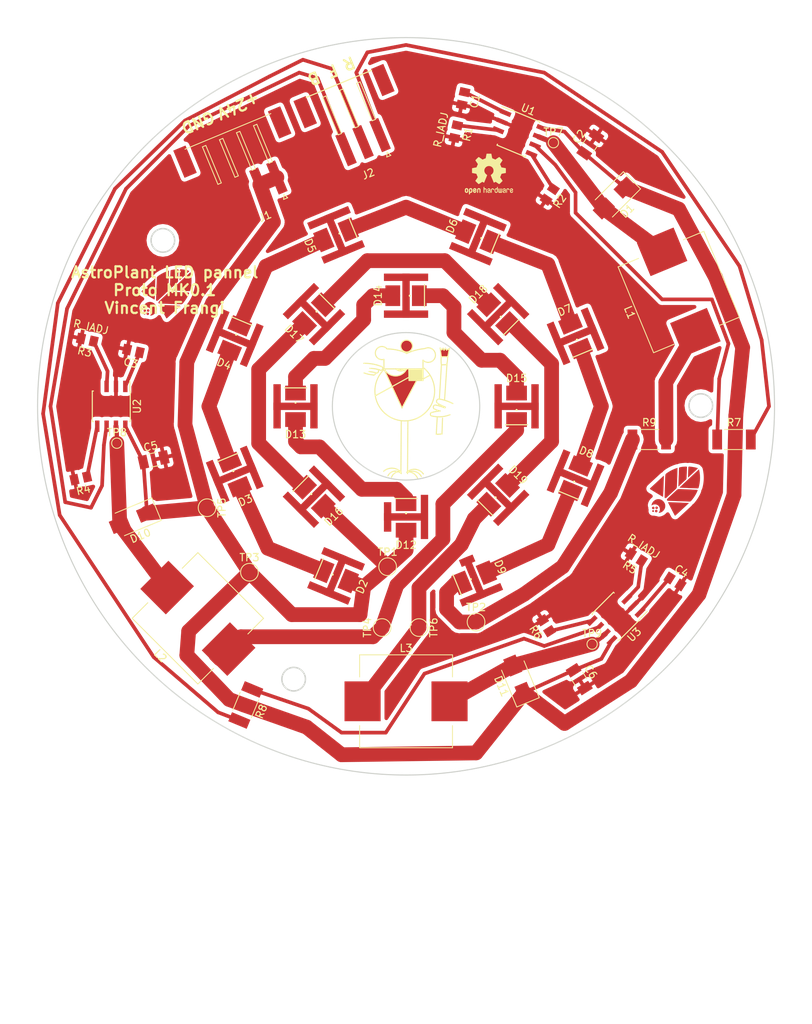
<source format=kicad_pcb>
(kicad_pcb (version 20171130) (host pcbnew "(5.0.0-rc2-dev-632-g76d3b6f04)")
  (layers (0 F.Cu mixed) (31 B.Cu signal) (34 B.Paste user) (35 F.Paste user) (36 B.SilkS user) (37 F.SilkS user) (38 B.Mask user) (39 F.Mask user) (44 Edge.Cuts user))
  (net 0 "")
  (net 1 "Net-(C1-Pad1)")
  (net 2 GND)
  (net 3 +24V)
  (net 4 "Net-(C3-Pad1)")
  (net 5 "Net-(C4-Pad1)")
  (net 6 "Net-(D1-Pad2)")
  (net 7 "Net-(D2-Pad1)")
  (net 8 "Net-(D3-Pad1)")
  (net 9 "Net-(D4-Pad1)")
  (net 10 "Net-(D5-Pad1)")
  (net 11 "Net-(D6-Pad1)")
  (net 12 "Net-(D7-Pad1)")
  (net 13 "Net-(D8-Pad1)")
  (net 14 "Net-(D9-Pad1)")
  (net 15 "Net-(D10-Pad2)")
  (net 16 "Net-(D11-Pad2)")
  (net 17 "Net-(D12-Pad1)")
  (net 18 "Net-(D13-Pad1)")
  (net 19 "Net-(D14-Pad1)")
  (net 20 "Net-(D15-Pad1)")
  (net 21 "Net-(D16-Pad1)")
  (net 22 "Net-(D17-Pad1)")
  (net 23 "Net-(D18-Pad1)")
  (net 24 "Net-(D19-Pad1)")
  (net 25 DIM_BLUE)
  (net 26 DIM_RED)
  (net 27 DIM_FAR)
  (net 28 "Net-(R1-Pad1)")
  (net 29 "Net-(R2-Pad1)")
  (net 30 "Net-(R3-Pad1)")
  (net 31 "Net-(R4-Pad1)")
  (net 32 "Net-(R5-Pad1)")
  (net 33 "Net-(R6-Pad1)")
  (net 34 "Net-(J2-Pad1)")
  (net 35 "Net-(J2-Pad2)")
  (net 36 "Net-(L1-Pad1)")
  (module TestPoint:TestPoint_Pad_D1.0mm (layer F.Cu) (at 125.25 132.25)
    (fp_text reference TP9 (at 0 -1.448) (layer F.SilkS))
    (fp_text value Test_Point)
    (pad 1 smd circle (at 0 0) (size 1 1) (layers F.Cu F.Mask) (net 16 "Net-(D11-Pad2)"))
  )
  (module TestPoint:TestPoint_Pad_D1.0mm (layer F.Cu) (at 120 64.25)
    (fp_text reference TP7 (at 0 -1.448) (layer F.SilkS))
    (fp_text value Test_Point)
    (pad 1 smd circle (at 0 0) (size 1 1) (layers F.Cu F.Mask) (net 6 "Net-(D1-Pad2)"))
  )
  (module TestPoint:TestPoint_Pad_D1.0mm (layer F.Cu) (at 60.75 105)
    (fp_text reference TP8 (at 0 -1.448) (layer F.SilkS))
    (fp_text value Test_Point)
    (pad 1 smd circle (at 0 0) (size 1 1) (layers F.Cu F.Mask) (net 15 "Net-(D10-Pad2)"))
  )
  (module footprints:JST-XH_LED (layer F.Cu) (at 95.25 54.25 202.5)
    (fp_text reference J2 (at 5.8 -13 202.5) (layer F.SilkS))
    (fp_text value JST-XH_LED)
    (pad 1 smd rect (at 2.300001 -8.75 202.5) (size 1.3 4.5) (layers F.Cu F.Paste F.Mask) (net 34 "Net-(J2-Pad1)"))
    (pad 2 smd rect (at 4.8 -8.75 202.5) (size 1.3 4.5) (layers F.Cu F.Paste F.Mask) (net 35 "Net-(J2-Pad2)"))
    (pad 3 smd rect (at 7.3 -8.75 202.5) (size 1.3 4.5) (layers F.Cu F.Paste F.Mask) (net 25 DIM_BLUE))
    (pad "" smd rect (at 0 0 202.5) (size 1.8 4) (drill (offset -0.9 -2)) (layers F.Cu F.Paste F.Mask))
    (pad "" smd rect (at 9.6 0 202.5) (size 1.8 4) (drill (offset 0.9 -2)) (layers F.Cu F.Paste F.Mask))
  )
  (module footprints:SSL120 (layer F.Cu) (at 112.5 112 135)
    (fp_text reference D19 (at 0 3.81 135) (layer F.SilkS))
    (fp_text value LED_Far)
    (pad "" smd custom (at -2.5 0 225) (size 6 1) (layers F.Cu) (options (clearance outline) (anchor rect)) (primitives))
    (pad "" smd custom (at 2.5 0 225) (size 6 1) (layers F.Cu) (options (clearance outline) (anchor rect)) (primitives))
    (pad "" smd custom (at 0 0 135) (size 6 1) (layers F.Cu) (options (clearance outline) (anchor rect)) (primitives))
    (pad 2 smd rect (at 0 1.8 135) (size 2.8 2) (layers F.Cu) (net 23 "Net-(D18-Pad1)"))
    (pad 1 smd rect (at 0 -1.8 135) (size 2.8 2) (layers F.Cu) (net 24 "Net-(D19-Pad1)"))
  )
  (module footprints:SSL120 (layer F.Cu) (at 112.5 87.5 225)
    (fp_text reference D18 (at 0 3.81 225) (layer F.SilkS))
    (fp_text value LED_Far)
    (pad "" smd custom (at -2.5 0 315) (size 6 1) (layers F.Cu) (options (clearance outline) (anchor rect)) (primitives))
    (pad "" smd custom (at 2.5 0 315) (size 6 1) (layers F.Cu) (options (clearance outline) (anchor rect)) (primitives))
    (pad "" smd custom (at 0 0 225) (size 6 1) (layers F.Cu) (options (clearance outline) (anchor rect)) (primitives))
    (pad 2 smd rect (at 0 1.8 225) (size 2.8 2) (layers F.Cu) (net 22 "Net-(D17-Pad1)"))
    (pad 1 smd rect (at 0 -1.8 225) (size 2.8 2) (layers F.Cu) (net 23 "Net-(D18-Pad1)"))
  )
  (module footprints:SSL120 (layer F.Cu) (at 87.5 112.25 45)
    (fp_text reference D16 (at 0 3.81 45) (layer F.SilkS))
    (fp_text value LED_Far)
    (pad "" smd custom (at -2.5 0 135) (size 6 1) (layers F.Cu) (options (clearance outline) (anchor rect)) (primitives))
    (pad "" smd custom (at 2.5 0 135) (size 6 1) (layers F.Cu) (options (clearance outline) (anchor rect)) (primitives))
    (pad "" smd custom (at 0 0 45) (size 6 1) (layers F.Cu) (options (clearance outline) (anchor rect)) (primitives))
    (pad 2 smd rect (at 0 1.8 45) (size 2.8 2) (layers F.Cu) (net 3 +24V))
    (pad 1 smd rect (at 0 -1.8 45) (size 2.8 2) (layers F.Cu) (net 21 "Net-(D16-Pad1)"))
  )
  (module footprints:SSL120 (layer F.Cu) (at 100 85 270)
    (fp_text reference D14 (at 0 3.81 270) (layer F.SilkS))
    (fp_text value LED_Blue)
    (pad "" smd custom (at -2.5 0) (size 6 1) (layers F.Cu) (options (clearance outline) (anchor rect)) (primitives))
    (pad "" smd custom (at 2.5 0) (size 6 1) (layers F.Cu) (options (clearance outline) (anchor rect)) (primitives))
    (pad "" smd custom (at 0 0 270) (size 6 1) (layers F.Cu) (options (clearance outline) (anchor rect)) (primitives))
    (pad 2 smd rect (at 0 1.8 270) (size 2.8 2) (layers F.Cu) (net 18 "Net-(D13-Pad1)"))
    (pad 1 smd rect (at 0 -1.8 270) (size 2.8 2) (layers F.Cu) (net 19 "Net-(D14-Pad1)"))
  )
  (module footprints:SSL120 (layer F.Cu) (at 85 100)
    (fp_text reference D13 (at 0 3.81) (layer F.SilkS))
    (fp_text value LED_Blue)
    (pad "" smd custom (at -2.5 0 90) (size 6 1) (layers F.Cu) (options (clearance outline) (anchor rect)) (primitives))
    (pad "" smd custom (at 2.5 0 90) (size 6 1) (layers F.Cu) (options (clearance outline) (anchor rect)) (primitives))
    (pad "" smd custom (at 0 0) (size 6 1) (layers F.Cu) (options (clearance outline) (anchor rect)) (primitives))
    (pad 2 smd rect (at 0 1.8) (size 2.8 2) (layers F.Cu) (net 17 "Net-(D12-Pad1)"))
    (pad 1 smd rect (at 0 -1.8) (size 2.8 2) (layers F.Cu) (net 18 "Net-(D13-Pad1)"))
  )
  (module footprints:SSL120 (layer F.Cu) (at 109.25 123.25 112.5)
    (fp_text reference D9 (at 0 3.81 112.5) (layer F.SilkS))
    (fp_text value LED_Red)
    (pad "" smd custom (at -2.5 0 202.5) (size 6 1) (layers F.Cu) (options (clearance outline) (anchor rect)) (primitives))
    (pad "" smd custom (at 2.5 0 202.5) (size 2 1) (layers F.Cu) (options (clearance outline) (anchor rect)) (primitives))
    (pad "" smd custom (at 0 0 112.5) (size 6 1) (layers F.Cu) (options (clearance outline) (anchor rect)) (primitives))
    (pad 2 smd rect (at 0 1.8 112.5) (size 2.8 2) (layers F.Cu) (net 13 "Net-(D8-Pad1)"))
    (pad 1 smd rect (at 0 -1.8 112.5) (size 2.8 2) (layers F.Cu) (net 14 "Net-(D9-Pad1)"))
  )
  (module footprints:SSL120 (layer F.Cu) (at 123 109.75 157.5)
    (fp_text reference D8 (at 0 3.81 157.5) (layer F.SilkS))
    (fp_text value LED_Red)
    (pad "" smd custom (at -2.5 0 247.5) (size 6 1) (layers F.Cu) (options (clearance outline) (anchor rect)) (primitives))
    (pad "" smd custom (at 2.5 0 247.5) (size 6 1) (layers F.Cu) (options (clearance outline) (anchor rect)) (primitives))
    (pad "" smd custom (at 0 0 157.5) (size 6 1) (layers F.Cu) (options (clearance outline) (anchor rect)) (primitives))
    (pad 2 smd rect (at 0 1.8 157.5) (size 2.8 2) (layers F.Cu) (net 12 "Net-(D7-Pad1)"))
    (pad 1 smd rect (at 0 -1.8 157.5) (size 2.8 2) (layers F.Cu) (net 13 "Net-(D8-Pad1)"))
  )
  (module footprints:SSL120 (layer F.Cu) (at 123 90.5 202.5)
    (fp_text reference D7 (at 0 3.81 202.5) (layer F.SilkS))
    (fp_text value LED_Red)
    (pad "" smd custom (at -2.5 0 292.5) (size 6 1) (layers F.Cu) (options (clearance outline) (anchor rect)) (primitives))
    (pad "" smd custom (at 2.5 0 292.5) (size 6 1) (layers F.Cu) (options (clearance outline) (anchor rect)) (primitives))
    (pad "" smd custom (at 0 0 202.5) (size 6 1) (layers F.Cu) (options (clearance outline) (anchor rect)) (primitives))
    (pad 2 smd rect (at 0 1.8 202.5) (size 2.8 2) (layers F.Cu) (net 11 "Net-(D6-Pad1)"))
    (pad 1 smd rect (at 0 -1.8 202.5) (size 2.8 2) (layers F.Cu) (net 12 "Net-(D7-Pad1)"))
  )
  (module footprints:SSL120 (layer F.Cu) (at 109.75 77 247.5)
    (fp_text reference D6 (at 0 3.81 247.5) (layer F.SilkS))
    (fp_text value LED_Red)
    (pad "" smd custom (at -2.5 0 337.5) (size 6 1) (layers F.Cu) (options (clearance outline) (anchor rect)) (primitives))
    (pad "" smd custom (at 2.5 0 337.5) (size 6 1) (layers F.Cu) (options (clearance outline) (anchor rect)) (primitives))
    (pad "" smd custom (at 0 0 247.5) (size 6 1) (layers F.Cu) (options (clearance outline) (anchor rect)) (primitives))
    (pad 2 smd rect (at 0 1.8 247.5) (size 2.8 2) (layers F.Cu) (net 10 "Net-(D5-Pad1)"))
    (pad 1 smd rect (at 0 -1.8 247.5) (size 2.8 2) (layers F.Cu) (net 11 "Net-(D6-Pad1)"))
  )
  (module footprints:SSL120 (layer F.Cu) (at 90.5 76.75 292.5)
    (fp_text reference D5 (at 0 3.81 292.5) (layer F.SilkS))
    (fp_text value LED_Red)
    (pad "" smd custom (at -2.5 0 22.5) (size 6 1) (layers F.Cu) (options (clearance outline) (anchor rect)) (primitives))
    (pad "" smd custom (at 2.5 0 22.5) (size 6 1) (layers F.Cu) (options (clearance outline) (anchor rect)) (primitives))
    (pad "" smd custom (at 0 0 292.5) (size 6 1) (layers F.Cu) (options (clearance outline) (anchor rect)) (primitives))
    (pad 2 smd rect (at 0 1.8 292.5) (size 2.8 2) (layers F.Cu) (net 9 "Net-(D4-Pad1)"))
    (pad 1 smd rect (at 0 -1.8 292.5) (size 2.8 2) (layers F.Cu) (net 10 "Net-(D5-Pad1)"))
  )
  (module footprints:SSL120 (layer F.Cu) (at 76.75 90.75 337.5)
    (fp_text reference D4 (at 0 3.81 337.5) (layer F.SilkS))
    (fp_text value LED_Red)
    (pad "" smd custom (at -2.5 0 67.5) (size 6 1) (layers F.Cu) (options (clearance outline) (anchor rect)) (primitives))
    (pad "" smd custom (at 2.5 0 67.5) (size 6 1) (layers F.Cu) (options (clearance outline) (anchor rect)) (primitives))
    (pad "" smd custom (at 0 0 337.5) (size 6 1) (layers F.Cu) (options (clearance outline) (anchor rect)) (primitives))
    (pad 2 smd rect (at 0 1.8 337.5) (size 2.8 2) (layers F.Cu) (net 8 "Net-(D3-Pad1)"))
    (pad 1 smd rect (at 0 -1.8 337.5) (size 2.8 2) (layers F.Cu) (net 9 "Net-(D4-Pad1)"))
  )
  (module footprints:SSL120 (layer F.Cu) (at 76.75 109.25 22.5)
    (fp_text reference D3 (at 0 3.81 22.5) (layer F.SilkS))
    (fp_text value LED_Red)
    (pad "" smd custom (at -2.5 0 112.5) (size 6 1) (layers F.Cu) (options (clearance outline) (anchor rect)) (primitives))
    (pad "" smd custom (at 2.5 0 112.5) (size 6 1) (layers F.Cu) (options (clearance outline) (anchor rect)) (primitives))
    (pad "" smd custom (at 0 0 22.5) (size 6 1) (layers F.Cu) (options (clearance outline) (anchor rect)) (primitives))
    (pad 2 smd rect (at 0 1.8 22.5) (size 2.8 2) (layers F.Cu) (net 7 "Net-(D2-Pad1)"))
    (pad 1 smd rect (at 0 -1.8 22.5) (size 2.8 2) (layers F.Cu) (net 8 "Net-(D3-Pad1)"))
  )
  (module Package_SO:SOIC-8-1EP_3.9x4.9mm_P1.27mm_EP2.35x2.35mm (layer F.Cu) (at 128.5 128.5 225)
    (fp_text reference U3 (at 0 -3.5 225) (layer F.SilkS))
    (fp_text value LM3414)
    (pad 1 smd rect (at -2.7 -1.905 225) (size 1.55 0.6) (layers F.Cu F.Paste F.Mask) (net 5 "Net-(C4-Pad1)"))
    (pad 2 smd rect (at -2.7 -0.635 225) (size 1.55 0.6) (layers F.Cu F.Paste F.Mask) (net 2 GND))
    (pad 3 smd rect (at -2.7 0.635 225) (size 1.55 0.6) (layers F.Cu F.Paste F.Mask) (net 32 "Net-(R5-Pad1)"))
    (pad 4 smd rect (at -2.7 1.905 225) (size 1.55 0.6) (layers F.Cu F.Paste F.Mask) (net 2 GND))
    (pad 5 smd rect (at 2.7 1.905 225) (size 1.55 0.6) (layers F.Cu F.Paste F.Mask) (net 33 "Net-(R6-Pad1)"))
    (pad 6 smd rect (at 2.7 0.635 225) (size 1.55 0.6) (layers F.Cu F.Paste F.Mask) (net 27 DIM_FAR))
    (pad 7 smd rect (at 2.7 -0.635 225) (size 1.55 0.6) (layers F.Cu F.Paste F.Mask) (net 16 "Net-(D11-Pad2)"))
    (pad 8 smd rect (at 2.7 -1.905 225) (size 1.55 0.6) (layers F.Cu F.Paste F.Mask) (net 3 +24V))
    (pad 9 smd rect (at 0 0 225) (size 2.35 2.35) (layers F.Cu F.Mask) (net 2 GND))
  )
  (module Package_SO:SOIC-8-1EP_3.9x4.9mm_P1.27mm_EP2.35x2.35mm (layer F.Cu) (at 60 100 270)
    (fp_text reference U2 (at 0 -3.5 270) (layer F.SilkS))
    (fp_text value LM3414)
    (pad 1 smd rect (at -2.7 -1.905 270) (size 1.55 0.6) (layers F.Cu F.Paste F.Mask) (net 4 "Net-(C3-Pad1)"))
    (pad 2 smd rect (at -2.7 -0.635 270) (size 1.55 0.6) (layers F.Cu F.Paste F.Mask) (net 2 GND))
    (pad 3 smd rect (at -2.7 0.635 270) (size 1.55 0.6) (layers F.Cu F.Paste F.Mask) (net 30 "Net-(R3-Pad1)"))
    (pad 4 smd rect (at -2.7 1.905 270) (size 1.55 0.6) (layers F.Cu F.Paste F.Mask) (net 2 GND))
    (pad 5 smd rect (at 2.7 1.905 270) (size 1.55 0.6) (layers F.Cu F.Paste F.Mask) (net 31 "Net-(R4-Pad1)"))
    (pad 6 smd rect (at 2.7 0.635 270) (size 1.55 0.6) (layers F.Cu F.Paste F.Mask) (net 25 DIM_BLUE))
    (pad 7 smd rect (at 2.7 -0.635 270) (size 1.55 0.6) (layers F.Cu F.Paste F.Mask) (net 15 "Net-(D10-Pad2)"))
    (pad 8 smd rect (at 2.7 -1.905 270) (size 1.55 0.6) (layers F.Cu F.Paste F.Mask) (net 3 +24V))
    (pad 9 smd rect (at 0 0 270) (size 2.35 2.35) (layers F.Cu F.Mask) (net 2 GND))
  )
  (module Package_SO:SOIC-8-1EP_3.9x4.9mm_P1.27mm_EP2.35x2.35mm (layer F.Cu) (at 115.25 63 337.5)
    (fp_text reference U1 (at 0 -3.5 337.5) (layer F.SilkS))
    (fp_text value LM3414)
    (pad 1 smd rect (at -2.7 -1.905 337.5) (size 1.55 0.6) (layers F.Cu F.Paste F.Mask) (net 1 "Net-(C1-Pad1)"))
    (pad 2 smd rect (at -2.7 -0.635 337.5) (size 1.55 0.6) (layers F.Cu F.Paste F.Mask) (net 2 GND))
    (pad 3 smd rect (at -2.7 0.635 337.5) (size 1.55 0.6) (layers F.Cu F.Paste F.Mask) (net 28 "Net-(R1-Pad1)"))
    (pad 4 smd rect (at -2.7 1.905 337.5) (size 1.55 0.6) (layers F.Cu F.Paste F.Mask) (net 2 GND))
    (pad 5 smd rect (at 2.7 1.905 337.5) (size 1.55 0.6) (layers F.Cu F.Paste F.Mask) (net 29 "Net-(R2-Pad1)"))
    (pad 6 smd rect (at 2.7 0.635 337.5) (size 1.55 0.6) (layers F.Cu F.Paste F.Mask) (net 26 DIM_RED))
    (pad 7 smd rect (at 2.7 -0.635 337.5) (size 1.55 0.6) (layers F.Cu F.Paste F.Mask) (net 6 "Net-(D1-Pad2)"))
    (pad 8 smd rect (at 2.7 -1.905 337.5) (size 1.55 0.6) (layers F.Cu F.Paste F.Mask) (net 3 +24V))
    (pad 9 smd rect (at 0 0 337.5) (size 2.35 2.35) (layers F.Cu F.Mask) (net 2 GND))
  )
  (module TestPoint:TestPoint_Pad_D2.0mm (layer F.Cu) (at 101.75 130 270)
    (fp_text reference TP6 (at 0 -1.998 270) (layer F.SilkS))
    (fp_text value Test_Point)
    (pad 1 smd circle (at 0 0 270) (size 2 2) (layers F.Cu F.Mask) (net 24 "Net-(D19-Pad1)"))
  )
  (module TestPoint:TestPoint_Pad_D2.0mm (layer F.Cu) (at 73 113.75 270)
    (fp_text reference TP5 (at 0 -1.998 270) (layer F.SilkS))
    (fp_text value Test_Point)
    (pad 1 smd circle (at 0 0 270) (size 2 2) (layers F.Cu F.Mask) (net 3 +24V))
  )
  (module TestPoint:TestPoint_Pad_D2.0mm (layer F.Cu) (at 96.75 130 90)
    (fp_text reference TP4 (at 0 -1.998 90) (layer F.SilkS))
    (fp_text value Test_Point)
    (pad 1 smd circle (at 0 0 90) (size 2 2) (layers F.Cu F.Mask) (net 20 "Net-(D15-Pad1)"))
  )
  (module TestPoint:TestPoint_Pad_D2.0mm (layer F.Cu) (at 78.75 122.5)
    (fp_text reference TP3 (at 0 -1.998) (layer F.SilkS))
    (fp_text value Test_Point)
    (pad 1 smd circle (at 0 0) (size 2 2) (layers F.Cu F.Mask) (net 3 +24V))
  )
  (module TestPoint:TestPoint_Pad_D2.0mm (layer F.Cu) (at 109.5 129.25)
    (fp_text reference TP2 (at 0 -1.998) (layer F.SilkS))
    (fp_text value Test_Point)
    (pad 1 smd circle (at 0 0) (size 2 2) (layers F.Cu F.Mask) (net 14 "Net-(D9-Pad1)"))
  )
  (module TestPoint:TestPoint_Pad_D2.0mm (layer F.Cu) (at 97.5 121.75)
    (fp_text reference TP1 (at 0 -1.998) (layer F.SilkS))
    (fp_text value Test_Point)
    (pad 1 smd circle (at 0 0) (size 2 2) (layers F.Cu F.Mask) (net 3 +24V))
  )
  (module Resistor_SMD:R_0805_2012Metric (layer F.Cu) (at 119 129.75 122.3)
    (fp_text reference R6 (at 0 -1.65 122.3) (layer F.SilkS))
    (fp_text value 43k)
    (pad 2 smd rect (at 0.88 0 122.3) (size 1.12 1.4) (layers F.Cu F.Paste F.Mask) (net 2 GND))
    (pad 1 smd rect (at -0.88 0 122.3) (size 1.12 1.4) (layers F.Cu F.Paste F.Mask) (net 33 "Net-(R6-Pad1)"))
  )
  (module Resistor_SMD:R_0805_2012Metric (layer F.Cu) (at 131.24383 120.47023 147.7)
    (fp_text reference R5 (at 0 -1.65 147.7) (layer F.SilkS))
    (fp_text value 3.3k)
    (pad 2 smd rect (at 0.88 0 147.7) (size 1.12 1.4) (layers F.Cu F.Paste F.Mask) (net 2 GND))
    (pad 1 smd rect (at -0.88 0 147.7) (size 1.12 1.4) (layers F.Cu F.Paste F.Mask) (net 32 "Net-(R5-Pad1)"))
  )
  (module Resistor_SMD:R_0805_2012Metric (layer F.Cu) (at 55.85847 109.75 192.7)
    (fp_text reference R4 (at 0 -1.65 192.7) (layer F.SilkS))
    (fp_text value 43k)
    (pad 2 smd rect (at 0.88 0 192.7) (size 1.12 1.4) (layers F.Cu F.Paste F.Mask) (net 2 GND))
    (pad 1 smd rect (at -0.88 0 192.7) (size 1.12 1.4) (layers F.Cu F.Paste F.Mask) (net 31 "Net-(R4-Pad1)"))
  )
  (module Resistor_SMD:R_0805_2012Metric (layer F.Cu) (at 56.75 91 167.3)
    (fp_text reference R3 (at 0 -1.65 167.3) (layer F.SilkS))
    (fp_text value 3.3k)
    (pad 2 smd rect (at 0.88 0 167.3) (size 1.12 1.4) (layers F.Cu F.Paste F.Mask) (net 2 GND))
    (pad 1 smd rect (at -0.88 0 167.3) (size 1.12 1.4) (layers F.Cu F.Paste F.Mask) (net 30 "Net-(R3-Pad1)"))
  )
  (module Resistor_SMD:R_0805_2012Metric (layer F.Cu) (at 119.5 71.25 235.7)
    (fp_text reference R2 (at 0 -1.65 235.7) (layer F.SilkS))
    (fp_text value 43k)
    (pad 2 smd rect (at 0.88 0 235.7) (size 1.12 1.4) (layers F.Cu F.Paste F.Mask) (net 2 GND))
    (pad 1 smd rect (at -0.88 0 235.7) (size 1.12 1.4) (layers F.Cu F.Paste F.Mask) (net 29 "Net-(R2-Pad1)"))
  )
  (module Resistor_SMD:R_0805_2012Metric (layer F.Cu) (at 106.75 62.75 257.3)
    (fp_text reference R1 (at 0 -1.65 257.3) (layer F.SilkS))
    (fp_text value 3.3k)
    (pad 2 smd rect (at 0.88 0 257.3) (size 1.12 1.4) (layers F.Cu F.Paste F.Mask) (net 2 GND))
    (pad 1 smd rect (at -0.88 0 257.3) (size 1.12 1.4) (layers F.Cu F.Paste F.Mask) (net 28 "Net-(R1-Pad1)"))
  )
  (module footprints:L_Wuerth_WE-PD-Typ-LS_Handsoldering (layer F.Cu) (at 71.75 128.75 135)
    (fp_text reference L2 (at 0 -7.2 135) (layer F.SilkS))
    (fp_text value 47u)
    (pad 2 smd rect (at 5.9 0 135) (size 4.9 5.4) (layers F.Cu F.Paste F.Mask) (net 15 "Net-(D10-Pad2)"))
    (pad 1 smd rect (at -5.9 0 135) (size 4.9 5.4) (layers F.Cu F.Paste F.Mask) (net 20 "Net-(D15-Pad1)"))
  )
  (module Diode_SMD:D_SMA (layer F.Cu) (at 115.25 137 112.5)
    (fp_text reference D11 (at 0 -2.5 112.5) (layer F.SilkS))
    (fp_text value D_Schottky)
    (pad 2 smd rect (at 2 0 112.5) (size 2.5 1.8) (layers F.Cu F.Paste F.Mask) (net 16 "Net-(D11-Pad2)"))
    (pad 1 smd rect (at -2 0 112.5) (size 2.5 1.8) (layers F.Cu F.Paste F.Mask) (net 3 +24V))
  )
  (module Diode_SMD:D_SMA (layer F.Cu) (at 63 115.25 202.5)
    (fp_text reference D10 (at 0 -2.5 202.5) (layer F.SilkS))
    (fp_text value D_Schottky)
    (pad 2 smd rect (at 2 0 202.5) (size 2.5 1.8) (layers F.Cu F.Paste F.Mask) (net 15 "Net-(D10-Pad2)"))
    (pad 1 smd rect (at -2 0 202.5) (size 2.5 1.8) (layers F.Cu F.Paste F.Mask) (net 3 +24V))
  )
  (module Diode_SMD:D_SMA (layer F.Cu) (at 128.25 71.75 225)
    (fp_text reference D1 (at 0 -2.5 225) (layer F.SilkS))
    (fp_text value D_Schottky)
    (pad 2 smd rect (at 2 0 225) (size 2.5 1.8) (layers F.Cu F.Paste F.Mask) (net 6 "Net-(D1-Pad2)"))
    (pad 1 smd rect (at -2 0 225) (size 2.5 1.8) (layers F.Cu F.Paste F.Mask) (net 3 +24V))
  )
  (module Capacitor_SMD:C_1206_3216Metric (layer F.Cu) (at 123.5 137 302.3)
    (fp_text reference C6 (at 0 -1.85 302.3) (layer F.SilkS))
    (fp_text value 2.7u)
    (pad 2 smd rect (at 1.43 0 302.3) (size 1.22 1.8) (layers F.Cu F.Paste F.Mask) (net 2 GND))
    (pad 1 smd rect (at -1.43 0 302.3) (size 1.22 1.8) (layers F.Cu F.Paste F.Mask) (net 3 +24V))
  )
  (module Capacitor_SMD:C_1206_3216Metric (layer F.Cu) (at 65.75 107.25 12.7)
    (fp_text reference C5 (at 0 -1.85 12.7) (layer F.SilkS))
    (fp_text value 2.7u)
    (pad 2 smd rect (at 1.43 0 12.7) (size 1.22 1.8) (layers F.Cu F.Paste F.Mask) (net 2 GND))
    (pad 1 smd rect (at -1.43 0 12.7) (size 1.22 1.8) (layers F.Cu F.Paste F.Mask) (net 3 +24V))
  )
  (module Capacitor_SMD:C_0805_2012Metric (layer F.Cu) (at 136.5 123.75 327.7)
    (fp_text reference C4 (at 0 -1.65 327.7) (layer F.SilkS))
    (fp_text value 1u)
    (pad 2 smd rect (at 0.88 0 327.7) (size 1.12 1.4) (layers F.Cu F.Paste F.Mask) (net 2 GND))
    (pad 1 smd rect (at -0.88 0 327.7) (size 1.12 1.4) (layers F.Cu F.Paste F.Mask) (net 5 "Net-(C4-Pad1)"))
  )
  (module Capacitor_SMD:C_0805_2012Metric (layer F.Cu) (at 63 92.5 167.3)
    (fp_text reference C3 (at 0 -1.65 167.3) (layer F.SilkS))
    (fp_text value 1u)
    (pad 2 smd rect (at 0.88 0 167.3) (size 1.12 1.4) (layers F.Cu F.Paste F.Mask) (net 2 GND))
    (pad 1 smd rect (at -0.88 0 167.3) (size 1.12 1.4) (layers F.Cu F.Paste F.Mask) (net 4 "Net-(C3-Pad1)"))
  )
  (module Capacitor_SMD:C_1206_3216Metric (layer F.Cu) (at 125 64.5 54.8)
    (fp_text reference C2 (at 0 -1.85 54.8) (layer F.SilkS))
    (fp_text value 2.7u)
    (pad 2 smd rect (at 1.43 0 54.8) (size 1.22 1.8) (layers F.Cu F.Paste F.Mask) (net 2 GND))
    (pad 1 smd rect (at -1.43 0 54.8) (size 1.22 1.8) (layers F.Cu F.Paste F.Mask) (net 3 +24V))
  )
  (module Capacitor_SMD:C_0805_2012Metric (layer F.Cu) (at 107.75 58.25 257.3)
    (fp_text reference C1 (at 0 -1.65 257.3) (layer F.SilkS))
    (fp_text value 1u)
    (pad 2 smd rect (at 0.88 0 257.3) (size 1.12 1.4) (layers F.Cu F.Paste F.Mask) (net 2 GND))
    (pad 1 smd rect (at -0.88 0 257.3) (size 1.12 1.4) (layers F.Cu F.Paste F.Mask) (net 1 "Net-(C1-Pad1)"))
  )
  (module footprints:SSL120 (layer F.Cu) (at 90.5 123 67.5)
    (fp_text reference D2 (at 0 3.81 67.5) (layer F.SilkS))
    (fp_text value LED_Red)
    (pad "" smd custom (at -2.5 0 157.5) (size 6 1) (layers F.Cu) (options (clearance outline) (anchor rect)) (primitives))
    (pad "" smd custom (at 2.5 0 157.5) (size 6 1) (layers F.Cu) (options (clearance outline) (anchor rect)) (primitives))
    (pad "" smd custom (at 0 0 67.5) (size 6 1) (layers F.Cu) (options (clearance outline) (anchor rect)) (primitives))
    (pad 2 smd rect (at 0 1.8 67.5) (size 2.8 2) (layers F.Cu) (net 3 +24V))
    (pad 1 smd rect (at 0 -1.8 67.5) (size 2.8 2) (layers F.Cu) (net 7 "Net-(D2-Pad1)"))
  )
  (module footprints:SSL120 (layer F.Cu) (at 115 100 180)
    (fp_text reference D15 (at 0 3.81 180) (layer F.SilkS))
    (fp_text value LED_Blue)
    (pad "" smd custom (at -2.5 0 270) (size 6 1) (layers F.Cu) (options (clearance outline) (anchor rect)) (primitives))
    (pad "" smd custom (at 2.5 0 270) (size 6 1) (layers F.Cu) (options (clearance outline) (anchor rect)) (primitives))
    (pad "" smd custom (at 0 0 180) (size 6 1) (layers F.Cu) (options (clearance outline) (anchor rect)) (primitives))
    (pad 2 smd rect (at 0 1.8 180) (size 2.8 2) (layers F.Cu) (net 19 "Net-(D14-Pad1)"))
    (pad 1 smd rect (at 0 -1.8 180) (size 2.8 2) (layers F.Cu) (net 20 "Net-(D15-Pad1)"))
  )
  (module footprints:L_Wuerth_WE-PD-Typ-LS_Handsoldering (layer F.Cu) (at 100 140)
    (fp_text reference L3 (at 0 -7.2) (layer F.SilkS))
    (fp_text value 47u)
    (pad 2 smd rect (at 5.9 0) (size 4.9 5.4) (layers F.Cu F.Paste F.Mask) (net 16 "Net-(D11-Pad2)"))
    (pad 1 smd rect (at -5.9 0) (size 4.9 5.4) (layers F.Cu F.Paste F.Mask) (net 24 "Net-(D19-Pad1)"))
  )
  (module footprints:L_Wuerth_WE-PD-Typ-LS_Handsoldering (layer F.Cu) (at 137 84.5 112.5)
    (fp_text reference L1 (at 0 -7.2 112.5) (layer F.SilkS))
    (fp_text value 47u)
    (pad 2 smd rect (at 5.9 0 112.5) (size 4.9 5.4) (layers F.Cu F.Paste F.Mask) (net 6 "Net-(D1-Pad2)"))
    (pad 1 smd rect (at -5.9 0 112.5) (size 4.9 5.4) (layers F.Cu F.Paste F.Mask) (net 36 "Net-(L1-Pad1)"))
  )
  (module footprints:SSL120 (layer F.Cu) (at 87.5 87.5 315)
    (fp_text reference D17 (at 0 3.81 315) (layer F.SilkS))
    (fp_text value LED_Far)
    (pad "" smd custom (at -2.5 0 45) (size 6 1) (layers F.Cu) (options (clearance outline) (anchor rect)) (primitives))
    (pad "" smd custom (at 2.5 0 45) (size 6 1) (layers F.Cu) (options (clearance outline) (anchor rect)) (primitives))
    (pad "" smd custom (at 0 0 315) (size 6 1) (layers F.Cu) (options (clearance outline) (anchor rect)) (primitives))
    (pad 2 smd rect (at 0 1.8 315) (size 2.8 2) (layers F.Cu) (net 21 "Net-(D16-Pad1)"))
    (pad 1 smd rect (at 0 -1.8 315) (size 2.8 2) (layers F.Cu) (net 22 "Net-(D17-Pad1)"))
  )
  (module footprints:SSL120 (layer F.Cu) (at 100 115)
    (fp_text reference D12 (at 0 3.81) (layer F.SilkS))
    (fp_text value LED_Blue)
    (pad "" smd custom (at -2.5 0 90) (size 4 1) (layers F.Cu) (options (clearance outline) (anchor rect)) (primitives))
    (pad "" smd custom (at 2.5 0 90) (size 6 1) (layers F.Cu) (options (clearance outline) (anchor rect)) (primitives))
    (pad "" smd custom (at 0 0) (size 6 1) (layers F.Cu) (options (clearance outline) (anchor rect)) (primitives))
    (pad 2 smd rect (at 0 1.8) (size 2.8 2) (layers F.Cu) (net 3 +24V))
    (pad 1 smd rect (at 0 -1.8) (size 2.8 2) (layers F.Cu) (net 17 "Net-(D12-Pad1)"))
  )
  (module footprints:JST_XH_LED_POWER (layer F.Cu) (at 81.25 60 202.5)
    (fp_text reference J1 (at 5.8 -13 202.5) (layer F.SilkS))
    (fp_text value JST_XH_LED_POWER)
    (pad "" smd rect (at 12.1 0 202.5) (size 1.8 4) (drill (offset 0.9 -2)) (layers F.Cu F.Paste F.Mask))
    (pad "" smd rect (at 0 0 202.5) (size 1.8 4) (drill (offset -0.9 -2)) (layers F.Cu F.Paste F.Mask))
    (pad 4 smd rect (at 9.8 -8.750001 202.5) (size 1.3 4.5) (layers F.Cu F.Paste F.Mask) (net 2 GND))
    (pad 3 smd rect (at 7.3 -8.75 202.5) (size 1.3 4.5) (layers F.Cu F.Paste F.Mask) (net 2 GND))
    (pad 2 smd rect (at 4.8 -8.75 202.5) (size 1.3 4.5) (layers F.Cu F.Paste F.Mask) (net 3 +24V))
    (pad 1 smd rect (at 2.300001 -8.75 202.5) (size 1.3 4.5) (layers F.Cu F.Paste F.Mask) (net 3 +24V))
  )
  (module Resistor_SMD:R_2010_5025Metric (layer F.Cu) (at 144.5 104.5)
    (fp_text reference R7 (at 0 -2.3) (layer F.SilkS))
    (fp_text value 0)
    (pad 1 smd rect (at -2.28 0) (size 1.32 2.7) (layers F.Cu F.Paste F.Mask) (net 26 DIM_RED))
    (pad 2 smd rect (at 2.28 0) (size 1.32 2.7) (layers F.Cu F.Paste F.Mask) (net 34 "Net-(J2-Pad1)"))
  )
  (module Resistor_SMD:R_2010_5025Metric (layer F.Cu) (at 78.25 140.5 247.5)
    (fp_text reference R8 (at 0 -2.3 67.5) (layer F.SilkS))
    (fp_text value 0)
    (pad 2 smd rect (at 2.28 0 247.5) (size 1.32 2.7) (layers F.Cu F.Paste F.Mask) (net 35 "Net-(J2-Pad2)"))
    (pad 1 smd rect (at -2.28 0 247.5) (size 1.32 2.7) (layers F.Cu F.Paste F.Mask) (net 27 DIM_FAR))
  )
  (module Resistor_SMD:R_2010_5025Metric (layer F.Cu) (at 133 104.5)
    (fp_text reference R9 (at 0 -2.3) (layer F.SilkS))
    (fp_text value 0)
    (pad 1 smd rect (at -2.28 0) (size 1.32 2.7) (layers F.Cu F.Paste F.Mask) (net 14 "Net-(D9-Pad1)"))
    (pad 2 smd rect (at 2.28 0) (size 1.32 2.7) (layers F.Cu F.Paste F.Mask) (net 36 "Net-(L1-Pad1)"))
  )
  (module ressources:rocket_cu2 (layer F.Cu) (at 67.5 84.75)
    (fp_text reference G*** hide)
    (fp_text value LOGO hide)
    (fp_poly (pts (xy -0.753344 1.508476) (xy -0.679527 1.509767) (xy -0.593654 1.511675) (xy -0.496697 1.514165) (xy -0.389628 1.517204) (xy -0.27342 1.520756) (xy -0.149043 1.524789) (xy -0.017469 1.529267) (xy 0.120329 1.534158) (xy 0.263379 1.539426) (xy 0.41071 1.545038) (xy 0.561351 1.550959) (xy 0.714328 1.557156) (xy 0.86867 1.563594) (xy 1.023406 1.57024) (xy 1.177563 1.577059) (xy 1.33017 1.584017) (xy 1.480254 1.591081) (xy 1.626844 1.598215) (xy 1.684867 1.60111) (xy 1.739867 1.604015) (xy 1.78898 1.606876) (xy 1.829757 1.609528) (xy 1.859746 1.611807) (xy 1.876501 1.613547) (xy 1.879151 1.614167) (xy 1.880069 1.614512) (xy 1.88108 1.61466) (xy 1.881606 1.615149) (xy 1.88107 1.616521) (xy 1.878896 1.619315) (xy 1.874506 1.624071) (xy 1.867322 1.631329) (xy 1.856768 1.641629) (xy 1.842266 1.655512) (xy 1.82324 1.673517) (xy 1.799111 1.696185) (xy 1.769302 1.724054) (xy 1.733238 1.757666) (xy 1.690339 1.797561) (xy 1.64003 1.844277) (xy 1.581732 1.898357) (xy 1.514869 1.960338) (xy 1.438863 2.030763) (xy 1.353137 2.110169) (xy 1.257114 2.199098) (xy 1.150217 2.29809) (xy 1.031868 2.407684) (xy 0.944682 2.488423) (xy 0.821 2.602941) (xy 0.709114 2.706485) (xy 0.608413 2.799603) (xy 0.518286 2.882842) (xy 0.438121 2.956751) (xy 0.367307 3.02188) (xy 0.305232 3.078775) (xy 0.251285 3.127985) (xy 0.204854 3.170058) (xy 0.165327 3.205543) (xy 0.132094 3.234989) (xy 0.104543 3.258943) (xy 0.082062 3.277953) (xy 0.064041 3.292568) (xy 0.049866 3.303337) (xy 0.038928 3.310807) (xy 0.030614 3.315527) (xy 0.024314 3.318046) (xy 0.019414 3.318911) (xy 0.018503 3.318933) (xy -0.006143 3.314757) (xy -0.027773 3.29983) (xy -0.035932 3.291417) (xy -0.043074 3.280343) (xy -0.057403 3.255188) (xy -0.078396 3.216946) (xy -0.105529 3.166612) (xy -0.138278 3.10518) (xy -0.176119 3.033644) (xy -0.218528 2.952999) (xy -0.264981 2.864239) (xy -0.314954 2.768359) (xy -0.367923 2.666352) (xy -0.423364 2.559213) (xy -0.480753 2.447937) (xy -0.496169 2.417983) (xy -0.569467 2.275346) (xy -0.635158 2.147179) (xy -0.693503 2.032958) (xy -0.744762 1.93216) (xy -0.789197 1.844259) (xy -0.827069 1.768733) (xy -0.858638 1.705057) (xy -0.884165 1.652707) (xy -0.903912 1.61116) (xy -0.918138 1.57989) (xy -0.927106 1.558374) (xy -0.931076 1.546089) (xy -0.931333 1.543961) (xy -0.92888 1.523532) (xy -0.918743 1.513464) (xy -0.908618 1.510155) (xy -0.892742 1.50864) (xy -0.860923 1.507878) (xy -0.814133 1.507835) (xy -0.753344 1.508476)) (layer F.Cu) (width 0.01))
    (fp_poly (pts (xy -2.153047 1.093571) (xy -2.038455 1.115258) (xy -1.926807 1.15267) (xy -1.819121 1.205591) (xy -1.716419 1.273808) (xy -1.619721 1.357106) (xy -1.592924 1.384077) (xy -1.5099 1.481784) (xy -1.442122 1.585391) (xy -1.389705 1.693764) (xy -1.352764 1.805771) (xy -1.331414 1.920277) (xy -1.325771 2.036149) (xy -1.33595 2.152254) (xy -1.362065 2.267458) (xy -1.404234 2.380628) (xy -1.462569 2.49063) (xy -1.477937 2.514832) (xy -1.512363 2.561874) (xy -1.55651 2.61405) (xy -1.60641 2.667275) (xy -1.658095 2.71746) (xy -1.707597 2.760519) (xy -1.740807 2.78561) (xy -1.813417 2.830464) (xy -1.893678 2.870914) (xy -1.975135 2.903988) (xy -2.042352 2.924547) (xy -2.085844 2.934499) (xy -2.127791 2.942484) (xy -2.165083 2.948092) (xy -2.19461 2.950916) (xy -2.213263 2.950546) (xy -2.218266 2.947677) (xy -2.213514 2.938399) (xy -2.201044 2.919761) (xy -2.183538 2.89577) (xy -2.183238 2.895372) (xy -2.14001 2.828337) (xy -2.102579 2.750947) (xy -2.073829 2.669527) (xy -2.065198 2.636355) (xy -2.057226 2.598914) (xy -2.052268 2.566122) (xy -2.04993 2.532519) (xy -2.049821 2.492645) (xy -2.0514 2.444521) (xy -2.055592 2.376835) (xy -2.06277 2.320603) (xy -2.074228 2.27043) (xy -2.09126 2.220921) (xy -2.115159 2.166682) (xy -2.120888 2.154767) (xy -2.172915 2.065725) (xy -2.236755 1.988572) (xy -2.31264 1.923118) (xy -2.4008 1.869175) (xy -2.501468 1.826553) (xy -2.536184 1.815327) (xy -2.569844 1.805779) (xy -2.599322 1.799287) (xy -2.629472 1.795277) (xy -2.665152 1.793175) (xy -2.711216 1.792408) (xy -2.7305 1.792348) (xy -2.785512 1.79289) (xy -2.828455 1.794965) (xy -2.864159 1.799044) (xy -2.897455 1.805599) (xy -2.916767 1.810503) (xy -2.987869 1.834099) (xy -3.057744 1.865301) (xy -3.120037 1.901098) (xy -3.144944 1.918695) (xy -3.18609 1.950112) (xy -3.180137 1.891573) (xy -3.166784 1.817214) (xy -3.142085 1.736294) (xy -3.107817 1.652951) (xy -3.06576 1.571327) (xy -3.017689 1.495559) (xy -2.999423 1.470735) (xy -2.936067 1.397584) (xy -2.861267 1.326912) (xy -2.779378 1.262196) (xy -2.694757 1.20691) (xy -2.620433 1.168344) (xy -2.504274 1.124994) (xy -2.386977 1.098224) (xy -2.269561 1.087821) (xy -2.153047 1.093571)) (layer F.Cu) (width 0.01))
    (fp_poly (pts (xy -2.478644 2.553361) (xy -2.439663 2.576883) (xy -2.428139 2.588092) (xy -2.402668 2.627745) (xy -2.389726 2.673606) (xy -2.388891 2.721779) (xy -2.39974 2.768368) (xy -2.42185 2.809479) (xy -2.4548 2.841214) (xy -2.455655 2.841785) (xy -2.49231 2.858604) (xy -2.536026 2.867729) (xy -2.580066 2.868463) (xy -2.617691 2.860108) (xy -2.620591 2.85886) (xy -2.659834 2.832351) (xy -2.689408 2.794961) (xy -2.708296 2.750364) (xy -2.715484 2.702232) (xy -2.709957 2.65424) (xy -2.690699 2.61006) (xy -2.689748 2.608604) (xy -2.658406 2.57553) (xy -2.617714 2.553162) (xy -2.571581 2.541807) (xy -2.523921 2.541771) (xy -2.478644 2.553361)) (layer F.Cu) (width 0.01))
    (fp_poly (pts (xy -2.956838 2.585235) (xy -2.926546 2.594978) (xy -2.892858 2.619834) (xy -2.869575 2.655522) (xy -2.859212 2.697888) (xy -2.858911 2.70659) (xy -2.86657 2.746996) (xy -2.887345 2.781198) (xy -2.917932 2.806744) (xy -2.955029 2.821185) (xy -2.995332 2.822068) (xy -3.0099 2.818624) (xy -3.039625 2.805938) (xy -3.062179 2.786444) (xy -3.080763 2.759984) (xy -3.095425 2.722108) (xy -3.095541 2.684517) (xy -3.083367 2.649622) (xy -3.061155 2.619835) (xy -3.031161 2.597566) (xy -2.995637 2.585229) (xy -2.956838 2.585235)) (layer F.Cu) (width 0.01))
    (fp_poly (pts (xy -2.920862 2.120046) (xy -2.88255 2.132581) (xy -2.839579 2.160806) (xy -2.808503 2.199724) (xy -2.790766 2.246706) (xy -2.787808 2.299121) (xy -2.788346 2.304268) (xy -2.801557 2.35597) (xy -2.82725 2.396383) (xy -2.864822 2.424969) (xy -2.913676 2.441193) (xy -2.945365 2.444663) (xy -2.986729 2.444172) (xy -3.016247 2.438022) (xy -3.026833 2.433235) (xy -3.069897 2.402372) (xy -3.098305 2.364117) (xy -3.113032 2.31678) (xy -3.115733 2.279528) (xy -3.108221 2.228883) (xy -3.087364 2.185747) (xy -3.05568 2.151708) (xy -3.015689 2.128354) (xy -2.96991 2.11727) (xy -2.920862 2.120046)) (layer F.Cu) (width 0.01))
    (fp_poly (pts (xy -2.441006 2.107875) (xy -2.40337 2.126459) (xy -2.402508 2.127109) (xy -2.369426 2.161933) (xy -2.34776 2.204869) (xy -2.337986 2.252011) (xy -2.340582 2.299453) (xy -2.356024 2.343289) (xy -2.373128 2.367944) (xy -2.410156 2.399646) (xy -2.453837 2.420489) (xy -2.499968 2.429449) (xy -2.54435 2.4255) (xy -2.569633 2.415865) (xy -2.615114 2.383265) (xy -2.646695 2.341197) (xy -2.663774 2.290652) (xy -2.666814 2.255908) (xy -2.65898 2.20745) (xy -2.636397 2.164466) (xy -2.601095 2.130156) (xy -2.578638 2.116927) (xy -2.534161 2.10279) (xy -2.486443 2.099879) (xy -2.441006 2.107875)) (layer F.Cu) (width 0.01))
    (fp_poly (pts (xy 0.557683 -0.270905) (xy 0.616786 -0.269669) (xy 0.687892 -0.267853) (xy 0.769858 -0.265502) (xy 0.86154 -0.262662) (xy 0.961796 -0.259378) (xy 1.069482 -0.255696) (xy 1.183455 -0.251662) (xy 1.302571 -0.247322) (xy 1.425689 -0.242721) (xy 1.551664 -0.237904) (xy 1.679353 -0.232918) (xy 1.807614 -0.227809) (xy 1.935302 -0.222621) (xy 2.061276 -0.217401) (xy 2.184391 -0.212194) (xy 2.303504 -0.207046) (xy 2.417473 -0.202003) (xy 2.525154 -0.19711) (xy 2.625404 -0.192412) (xy 2.717079 -0.187957) (xy 2.799037 -0.183789) (xy 2.870135 -0.179953) (xy 2.929229 -0.176497) (xy 2.975176 -0.173465) (xy 3.006833 -0.170903) (xy 3.023056 -0.168856) (xy 3.024754 -0.168344) (xy 3.044173 -0.155108) (xy 3.053608 -0.13813) (xy 3.056313 -0.111227) (xy 3.056337 -0.108328) (xy 3.052346 -0.08427) (xy 3.040789 -0.04732) (xy 3.022505 0.000715) (xy 2.998333 0.058025) (xy 2.969111 0.122803) (xy 2.935677 0.193239) (xy 2.898869 0.267525) (xy 2.859526 0.343854) (xy 2.818485 0.420415) (xy 2.776586 0.495402) (xy 2.77608 0.496287) (xy 2.639585 0.720265) (xy 2.489023 0.939007) (xy 2.323107 1.154362) (xy 2.288886 1.196082) (xy 2.239305 1.255161) (xy 2.197597 1.302181) (xy 2.161353 1.338537) (xy 2.128164 1.365621) (xy 2.09562 1.38483) (xy 2.061312 1.397556) (xy 2.02283 1.405194) (xy 1.977765 1.409139) (xy 1.923707 1.410784) (xy 1.9177 1.410876) (xy 1.895152 1.410751) (xy 1.856682 1.409986) (xy 1.803288 1.408616) (xy 1.735967 1.406674) (xy 1.655717 1.404194) (xy 1.563536 1.401211) (xy 1.460422 1.39776) (xy 1.347373 1.393873) (xy 1.225386 1.389585) (xy 1.095459 1.384932) (xy 0.958589 1.379945) (xy 0.815776 1.374661) (xy 0.668016 1.369113) (xy 0.516307 1.363335) (xy 0.408156 1.359166) (xy 0.256039 1.353246) (xy 0.108236 1.34744) (xy -0.034343 1.341786) (xy -0.170783 1.336323) (xy -0.300173 1.331087) (xy -0.4216 1.326119) (xy -0.534151 1.321456) (xy -0.636913 1.317136) (xy -0.728975 1.313198) (xy -0.809423 1.30968) (xy -0.877344 1.306621) (xy -0.931827 1.304058) (xy -0.971959 1.30203) (xy -0.996827 1.300576) (xy -1.005175 1.29984) (xy -1.034038 1.288495) (xy -1.062173 1.26781) (xy -1.064081 1.265946) (xy -1.080814 1.247148) (xy -1.089196 1.2295) (xy -1.09201 1.205618) (xy -1.0922 1.191273) (xy -1.085166 1.143882) (xy -1.065435 1.092825) (xy -1.035058 1.04275) (xy -1.016146 1.019106) (xy -1.006979 1.009907) (xy -0.98646 0.990121) (xy -0.955617 0.960714) (xy -0.915479 0.922648) (xy -0.867075 0.87689) (xy -0.811434 0.824402) (xy -0.749585 0.766151) (xy -0.682557 0.703099) (xy -0.611378 0.636212) (xy -0.537079 0.566454) (xy -0.460688 0.494789) (xy -0.383233 0.422183) (xy -0.305744 0.349599) (xy -0.22925 0.278002) (xy -0.15478 0.208356) (xy -0.083363 0.141626) (xy -0.016027 0.078776) (xy 0.046199 0.020771) (xy 0.102284 -0.031424) (xy 0.151201 -0.076846) (xy 0.19192 -0.11453) (xy 0.223413 -0.143512) (xy 0.244651 -0.162826) (xy 0.248741 -0.166479) (xy 0.316212 -0.216442) (xy 0.388427 -0.251482) (xy 0.463329 -0.270601) (xy 0.463823 -0.270672) (xy 0.480058 -0.271452) (xy 0.511726 -0.271514) (xy 0.557683 -0.270905)) (layer F.Cu) (width 0.01))
    (fp_poly (pts (xy 0.326719 -2.93249) (xy 0.32508 -2.871009) (xy 0.323098 -2.796632) (xy 0.320879 -2.713393) (xy 0.318531 -2.625322) (xy 0.316162 -2.536452) (xy 0.313879 -2.450814) (xy 0.312871 -2.413) (xy 0.308605 -2.258228) (xy 0.30408 -2.103793) (xy 0.299337 -1.950713) (xy 0.29442 -1.800004) (xy 0.28937 -1.652684) (xy 0.284232 -1.509769) (xy 0.279047 -1.372277) (xy 0.273859 -1.241223) (xy 0.26871 -1.117626) (xy 0.263642 -1.002502) (xy 0.258699 -0.896867) (xy 0.253923 -0.80174) (xy 0.249357 -0.718136) (xy 0.245044 -0.647073) (xy 0.241026 -0.589568) (xy 0.237346 -0.546637) (xy 0.234047 -0.519298) (xy 0.233097 -0.514092) (xy 0.212867 -0.447792) (xy 0.180525 -0.386471) (xy 0.133956 -0.326231) (xy 0.127 -0.318551) (xy 0.115242 -0.306755) (xy 0.092017 -0.284368) (xy 0.058293 -0.252292) (xy 0.015039 -0.211429) (xy -0.036777 -0.162681) (xy -0.096186 -0.106952) (xy -0.162221 -0.045143) (xy -0.233912 0.021843) (xy -0.310291 0.093105) (xy -0.390391 0.167739) (xy -0.473242 0.244843) (xy -0.557876 0.323516) (xy -0.643325 0.402855) (xy -0.728621 0.481958) (xy -0.812795 0.559921) (xy -0.894878 0.635844) (xy -0.973904 0.708823) (xy -1.048902 0.777957) (xy -1.117613 0.841156) (xy -1.149552 0.868795) (xy -1.182168 0.894201) (xy -1.210335 0.913487) (xy -1.220855 0.919472) (xy -1.268184 0.936265) (xy -1.314683 0.939524) (xy -1.356552 0.929225) (xy -1.372464 0.920434) (xy -1.393881 0.902444) (xy -1.409736 0.882966) (xy -1.411527 0.879668) (xy -1.412761 0.873952) (xy -1.413669 0.862159) (xy -1.414234 0.843641) (xy -1.414438 0.817751) (xy -1.414265 0.783841) (xy -1.413697 0.741265) (xy -1.412718 0.689374) (xy -1.411309 0.627522) (xy -1.409455 0.555062) (xy -1.407138 0.471346) (xy -1.40434 0.375727) (xy -1.401045 0.267557) (xy -1.397236 0.14619) (xy -1.392895 0.010978) (xy -1.388006 -0.138726) (xy -1.38255 -0.30357) (xy -1.376512 -0.4842) (xy -1.37156 -0.631316) (xy -1.366176 -0.789662) (xy -1.36085 -0.943938) (xy -1.355616 -1.09325) (xy -1.350509 -1.2367) (xy -1.345562 -1.373394) (xy -1.340812 -1.502436) (xy -1.336291 -1.62293) (xy -1.332035 -1.733981) (xy -1.328078 -1.834694) (xy -1.324454 -1.924172) (xy -1.321199 -2.00152) (xy -1.318346 -2.065843) (xy -1.315929 -2.116245) (xy -1.313984 -2.15183) (xy -1.312545 -2.171703) (xy -1.312164 -2.174801) (xy -1.30054 -2.225992) (xy -1.283106 -2.270675) (xy -1.257873 -2.311568) (xy -1.222853 -2.351394) (xy -1.176055 -2.392873) (xy -1.123435 -2.432987) (xy -0.914753 -2.575378) (xy -0.693831 -2.7087) (xy -0.463576 -2.83145) (xy -0.226897 -2.942125) (xy 0.013296 -3.039221) (xy 0.130224 -3.080987) (xy 0.178924 -3.097431) (xy 0.223985 -3.112289) (xy 0.262186 -3.124526) (xy 0.290306 -3.133107) (xy 0.303748 -3.136726) (xy 0.332329 -3.142946) (xy 0.326719 -2.93249)) (layer F.Cu) (width 0.01))
    (fp_poly (pts (xy -1.527615 -1.8669) (xy -1.533418 -1.640054) (xy -1.539712 -1.40937) (xy -1.546426 -1.176999) (xy -1.553489 -0.945088) (xy -1.560829 -0.715788) (xy -1.568373 -0.491247) (xy -1.576051 -0.273614) (xy -1.583791 -0.06504) (xy -1.591522 0.132328) (xy -1.599171 0.316339) (xy -1.604168 0.430059) (xy -1.607743 0.506709) (xy -1.610949 0.56832) (xy -1.613959 0.616779) (xy -1.616946 0.653972) (xy -1.620085 0.681786) (xy -1.623548 0.702105) (xy -1.62751 0.716818) (xy -1.631432 0.726392) (xy -1.646504 0.748922) (xy -1.662412 0.759217) (xy -1.6637 0.759402) (xy -1.673118 0.755308) (xy -1.696129 0.74292) (xy -1.731863 0.722749) (xy -1.779452 0.695311) (xy -1.838025 0.661119) (xy -1.906714 0.620687) (xy -1.984649 0.574527) (xy -2.070962 0.523155) (xy -2.164782 0.467084) (xy -2.265242 0.406826) (xy -2.371471 0.342897) (xy -2.4826 0.27581) (xy -2.509971 0.259256) (xy -2.618871 0.193304) (xy -2.724002 0.12951) (xy -2.824422 0.068454) (xy -2.919188 0.010714) (xy -3.007357 -0.043133) (xy -3.087989 -0.092508) (xy -3.160139 -0.136832) (xy -3.222866 -0.175528) (xy -3.275227 -0.208016) (xy -3.316279 -0.233718) (xy -3.345081 -0.252056) (xy -3.360689 -0.262452) (xy -3.362988 -0.264221) (xy -3.377649 -0.280496) (xy -3.384686 -0.298614) (xy -3.38665 -0.325634) (xy -3.386666 -0.329718) (xy -3.385532 -0.355696) (xy -3.380126 -0.374341) (xy -3.367448 -0.392368) (xy -3.350683 -0.410215) (xy -3.341605 -0.418868) (xy -3.320931 -0.438189) (xy -3.289527 -0.467384) (xy -3.248257 -0.505654) (xy -3.197985 -0.552201) (xy -3.139576 -0.60623) (xy -3.073896 -0.666943) (xy -3.001807 -0.733543) (xy -2.924176 -0.805232) (xy -2.841867 -0.881213) (xy -2.755744 -0.96069) (xy -2.666672 -1.042865) (xy -2.575516 -1.126941) (xy -2.48314 -1.212121) (xy -2.390409 -1.297608) (xy -2.298188 -1.382604) (xy -2.20734 -1.466312) (xy -2.118732 -1.547936) (xy -2.033227 -1.626678) (xy -1.95169 -1.701741) (xy -1.874986 -1.772327) (xy -1.80398 -1.837641) (xy -1.739535 -1.896883) (xy -1.682517 -1.949259) (xy -1.633791 -1.993969) (xy -1.59422 -2.030217) (xy -1.56467 -2.057207) (xy -1.546005 -2.07414) (xy -1.542037 -2.077691) (xy -1.521974 -2.0955) (xy -1.527615 -1.8669)) (layer F.Cu) (width 0.01))
    (fp_poly (pts (xy 3.247673 -2.935815) (xy 3.25134 -2.925745) (xy 3.257545 -2.90178) (xy 3.265713 -2.866668) (xy 3.27527 -2.823159) (xy 3.28564 -2.774002) (xy 3.296248 -2.721947) (xy 3.30652 -2.669743) (xy 3.315881 -2.620138) (xy 3.323755 -2.575883) (xy 3.326905 -2.556933) (xy 3.362156 -2.286798) (xy 3.38157 -2.013697) (xy 3.38524 -1.739221) (xy 3.373259 -1.464956) (xy 3.345721 -1.192492) (xy 3.302719 -0.923416) (xy 3.244346 -0.659318) (xy 3.207237 -0.522004) (xy 3.187624 -0.462789) (xy 3.167123 -0.419394) (xy 3.144939 -0.390706) (xy 3.120279 -0.37561) (xy 3.10061 -0.372533) (xy 3.078317 -0.371528) (xy 3.063509 -0.369332) (xy 3.053874 -0.369321) (xy 3.028278 -0.370018) (xy 2.987676 -0.371386) (xy 2.933023 -0.373386) (xy 2.865277 -0.375979) (xy 2.785391 -0.379127) (xy 2.694322 -0.38279) (xy 2.593025 -0.386929) (xy 2.482456 -0.391507) (xy 2.36357 -0.396484) (xy 2.237323 -0.401822) (xy 2.10467 -0.407482) (xy 1.966568 -0.413425) (xy 1.834728 -0.419144) (xy 1.692566 -0.425362) (xy 1.555056 -0.43143) (xy 1.423146 -0.437305) (xy 1.297784 -0.442942) (xy 1.179919 -0.448297) (xy 1.070499 -0.453325) (xy 0.970473 -0.457981) (xy 0.880789 -0.462222) (xy 0.802394 -0.466002) (xy 0.736238 -0.469278) (xy 0.68327 -0.472005) (xy 0.644436 -0.474137) (xy 0.620686 -0.475632) (xy 0.612965 -0.476413) (xy 0.617932 -0.483204) (xy 0.634678 -0.5009) (xy 0.662563 -0.5289) (xy 0.700946 -0.566598) (xy 0.749185 -0.613391) (xy 0.80664 -0.668675) (xy 0.872671 -0.731847) (xy 0.946637 -0.802303) (xy 1.027895 -0.87944) (xy 1.115807 -0.962652) (xy 1.209731 -1.051338) (xy 1.309026 -1.144892) (xy 1.413052 -1.242712) (xy 1.521168 -1.344193) (xy 1.632732 -1.448732) (xy 1.747104 -1.555725) (xy 1.863644 -1.664569) (xy 1.98171 -1.774659) (xy 2.100661 -1.885392) (xy 2.219858 -1.996165) (xy 2.338659 -2.106373) (xy 2.456423 -2.215413) (xy 2.572509 -2.322681) (xy 2.578633 -2.328333) (xy 2.684584 -2.426104) (xy 2.778788 -2.513) (xy 2.86193 -2.589641) (xy 2.934695 -2.65665) (xy 2.997768 -2.714649) (xy 3.051833 -2.764259) (xy 3.097575 -2.806102) (xy 3.135679 -2.840799) (xy 3.16683 -2.868974) (xy 3.191712 -2.891247) (xy 3.211011 -2.908239) (xy 3.225411 -2.920574) (xy 3.235596 -2.928873) (xy 3.242253 -2.933757) (xy 3.246065 -2.935848) (xy 3.247673 -2.935815)) (layer F.Cu) (width 0.01))
    (fp_poly (pts (xy 1.500836 -3.325748) (xy 1.539525 -3.322935) (xy 1.567755 -3.317269) (xy 1.587662 -3.308335) (xy 1.601377 -3.295717) (xy 1.610462 -3.280275) (xy 1.612251 -3.273089) (xy 1.613542 -3.2598) (xy 1.614311 -3.239439) (xy 1.614536 -3.211041) (xy 1.614192 -3.173637) (xy 1.613258 -3.126261) (xy 1.611708 -3.067944) (xy 1.609521 -2.997721) (xy 1.606672 -2.914624) (xy 1.603138 -2.817685) (xy 1.598897 -2.705938) (xy 1.593924 -2.578415) (xy 1.592954 -2.553818) (xy 1.588561 -2.443976) (xy 1.584198 -2.337438) (xy 1.579929 -2.235641) (xy 1.575821 -2.140025) (xy 1.571936 -2.05203) (xy 1.568342 -1.973095) (xy 1.565101 -1.90466) (xy 1.562281 -1.848163) (xy 1.559944 -1.805045) (xy 1.558157 -1.776744) (xy 1.557536 -1.769079) (xy 1.55014 -1.711692) (xy 1.539111 -1.6664) (xy 1.522835 -1.628489) (xy 1.4997 -1.593241) (xy 1.495617 -1.587991) (xy 1.486562 -1.578611) (xy 1.466216 -1.558826) (xy 1.435736 -1.529714) (xy 1.396278 -1.492351) (xy 1.349 -1.447811) (xy 1.295059 -1.397172) (xy 1.235613 -1.341508) (xy 1.171817 -1.281896) (xy 1.10483 -1.219412) (xy 1.035808 -1.155131) (xy 0.965908 -1.09013) (xy 0.896288 -1.025484) (xy 0.828104 -0.962268) (xy 0.762514 -0.90156) (xy 0.700675 -0.844435) (xy 0.643744 -0.791968) (xy 0.592877 -0.745236) (xy 0.549232 -0.705315) (xy 0.513967 -0.673279) (xy 0.488237 -0.650206) (xy 0.473201 -0.637171) (xy 0.471853 -0.63608) (xy 0.461541 -0.629734) (xy 0.457803 -0.635668) (xy 0.457468 -0.64878) (xy 0.457776 -0.659949) (xy 0.458619 -0.687078) (xy 0.459963 -0.729205) (xy 0.461777 -0.785365) (xy 0.46403 -0.854595) (xy 0.466689 -0.935932) (xy 0.469724 -1.028413) (xy 0.473102 -1.131074) (xy 0.476792 -1.242951) (xy 0.480762 -1.363081) (xy 0.484981 -1.490501) (xy 0.489416 -1.624247) (xy 0.494037 -1.763356) (xy 0.498781 -1.905952) (xy 0.504703 -2.082904) (xy 0.510149 -2.243604) (xy 0.515148 -2.388725) (xy 0.519727 -2.51894) (xy 0.523916 -2.634923) (xy 0.527741 -2.737346) (xy 0.531232 -2.826883) (xy 0.534416 -2.904207) (xy 0.537322 -2.969992) (xy 0.539978 -3.02491) (xy 0.542412 -3.069636) (xy 0.544652 -3.104842) (xy 0.546727 -3.131202) (xy 0.548664 -3.149388) (xy 0.550492 -3.160076) (xy 0.55143 -3.162935) (xy 0.562184 -3.18084) (xy 0.577007 -3.196222) (xy 0.597693 -3.209719) (xy 0.626038 -3.221967) (xy 0.663835 -3.233605) (xy 0.712879 -3.245268) (xy 0.774966 -3.257594) (xy 0.851889 -3.27122) (xy 0.86066 -3.272711) (xy 1.083499 -3.30342) (xy 1.314876 -3.321586) (xy 1.383554 -3.324478) (xy 1.449557 -3.326124) (xy 1.500836 -3.325748)) (layer F.Cu) (width 0.01))
    (fp_poly (pts (xy 1.991287 -3.325767) (xy 2.046963 -3.321107) (xy 2.114154 -3.313782) (xy 2.19032 -3.304152) (xy 2.272923 -3.292578) (xy 2.359424 -3.27942) (xy 2.447285 -3.265039) (xy 2.533968 -3.249796) (xy 2.616933 -3.234051) (xy 2.6416 -3.229104) (xy 2.692205 -3.218402) (xy 2.747656 -3.205977) (xy 2.805425 -3.192469) (xy 2.862983 -3.178518) (xy 2.917802 -3.164762) (xy 2.967354 -3.151843) (xy 3.009111 -3.140398) (xy 3.040545 -3.131069) (xy 3.059127 -3.124494) (xy 3.062639 -3.12259) (xy 3.070297 -3.108319) (xy 3.073405 -3.08718) (xy 3.071547 -3.073848) (xy 3.064651 -3.059449) (xy 3.050736 -3.041357) (xy 3.027826 -3.016944) (xy 2.999257 -2.988733) (xy 2.958142 -2.949093) (xy 2.908951 -2.902112) (xy 2.852685 -2.848717) (xy 2.79034 -2.789834) (xy 2.722918 -2.72639) (xy 2.651416 -2.659311) (xy 2.576834 -2.589524) (xy 2.50017 -2.517954) (xy 2.422423 -2.445528) (xy 2.344592 -2.373173) (xy 2.267677 -2.301814) (xy 2.192676 -2.232378) (xy 2.120588 -2.165792) (xy 2.052411 -2.102981) (xy 1.989146 -2.044873) (xy 1.93179 -1.992393) (xy 1.881344 -1.946467) (xy 1.838804 -1.908023) (xy 1.805172 -1.877986) (xy 1.781444 -1.857282) (xy 1.768621 -1.846839) (xy 1.766692 -1.845733) (xy 1.765352 -1.853626) (xy 1.764915 -1.875056) (xy 1.765385 -1.90665) (xy 1.766586 -1.940983) (xy 1.767554 -1.965441) (xy 1.769009 -2.00519) (xy 1.770897 -2.058596) (xy 1.773161 -2.124025) (xy 1.775747 -2.199845) (xy 1.7786 -2.28442) (xy 1.781662 -2.376118) (xy 1.78488 -2.473305) (xy 1.788196 -2.574347) (xy 1.790416 -2.642447) (xy 1.794315 -2.762588) (xy 1.797754 -2.866958) (xy 1.800862 -2.956708) (xy 1.803773 -3.032989) (xy 1.806616 -3.096954) (xy 1.809524 -3.149754) (xy 1.812628 -3.19254) (xy 1.816059 -3.226465) (xy 1.819948 -3.252679) (xy 1.824428 -3.272334) (xy 1.829629 -3.286582) (xy 1.835683 -3.296574) (xy 1.842722 -3.303462) (xy 1.850875 -3.308398) (xy 1.860276 -3.312533) (xy 1.867191 -3.315367) (xy 1.891546 -3.321912) (xy 1.924459 -3.326282) (xy 1.949663 -3.3274) (xy 1.991287 -3.325767)) (layer F.Cu) (width 0.01))
  )
  (module ressources:rocket_cu (layer F.Cu) (at 136.5 111.5)
    (fp_text reference G*** hide)
    (fp_text value LOGO hide)
    (fp_poly (pts (xy -0.753344 1.508476) (xy -0.679527 1.509767) (xy -0.593654 1.511675) (xy -0.496697 1.514165) (xy -0.389628 1.517204) (xy -0.27342 1.520756) (xy -0.149043 1.524789) (xy -0.017469 1.529267) (xy 0.120329 1.534158) (xy 0.263379 1.539426) (xy 0.41071 1.545038) (xy 0.561351 1.550959) (xy 0.714328 1.557156) (xy 0.86867 1.563594) (xy 1.023406 1.57024) (xy 1.177563 1.577059) (xy 1.33017 1.584017) (xy 1.480254 1.591081) (xy 1.626844 1.598215) (xy 1.684867 1.60111) (xy 1.739867 1.604015) (xy 1.78898 1.606876) (xy 1.829757 1.609528) (xy 1.859746 1.611807) (xy 1.876501 1.613547) (xy 1.879151 1.614167) (xy 1.880069 1.614512) (xy 1.88108 1.61466) (xy 1.881606 1.615149) (xy 1.88107 1.616521) (xy 1.878896 1.619315) (xy 1.874506 1.624071) (xy 1.867322 1.631329) (xy 1.856768 1.641629) (xy 1.842266 1.655512) (xy 1.82324 1.673517) (xy 1.799111 1.696185) (xy 1.769302 1.724054) (xy 1.733238 1.757666) (xy 1.690339 1.797561) (xy 1.64003 1.844277) (xy 1.581732 1.898357) (xy 1.514869 1.960338) (xy 1.438863 2.030763) (xy 1.353137 2.110169) (xy 1.257114 2.199098) (xy 1.150217 2.29809) (xy 1.031868 2.407684) (xy 0.944682 2.488423) (xy 0.821 2.602941) (xy 0.709114 2.706485) (xy 0.608413 2.799603) (xy 0.518286 2.882842) (xy 0.438121 2.956751) (xy 0.367307 3.02188) (xy 0.305232 3.078775) (xy 0.251285 3.127985) (xy 0.204854 3.170058) (xy 0.165327 3.205543) (xy 0.132094 3.234989) (xy 0.104543 3.258943) (xy 0.082062 3.277953) (xy 0.064041 3.292568) (xy 0.049866 3.303337) (xy 0.038928 3.310807) (xy 0.030614 3.315527) (xy 0.024314 3.318046) (xy 0.019414 3.318911) (xy 0.018503 3.318933) (xy -0.006143 3.314757) (xy -0.027773 3.29983) (xy -0.035932 3.291417) (xy -0.043074 3.280343) (xy -0.057403 3.255188) (xy -0.078396 3.216946) (xy -0.105529 3.166612) (xy -0.138278 3.10518) (xy -0.176119 3.033644) (xy -0.218528 2.952999) (xy -0.264981 2.864239) (xy -0.314954 2.768359) (xy -0.367923 2.666352) (xy -0.423364 2.559213) (xy -0.480753 2.447937) (xy -0.496169 2.417983) (xy -0.569467 2.275346) (xy -0.635158 2.147179) (xy -0.693503 2.032958) (xy -0.744762 1.93216) (xy -0.789197 1.844259) (xy -0.827069 1.768733) (xy -0.858638 1.705057) (xy -0.884165 1.652707) (xy -0.903912 1.61116) (xy -0.918138 1.57989) (xy -0.927106 1.558374) (xy -0.931076 1.546089) (xy -0.931333 1.543961) (xy -0.92888 1.523532) (xy -0.918743 1.513464) (xy -0.908618 1.510155) (xy -0.892742 1.50864) (xy -0.860923 1.507878) (xy -0.814133 1.507835) (xy -0.753344 1.508476)) (layer F.Cu) (width 0.01))
    (fp_poly (pts (xy -2.153047 1.093571) (xy -2.038455 1.115258) (xy -1.926807 1.15267) (xy -1.819121 1.205591) (xy -1.716419 1.273808) (xy -1.619721 1.357106) (xy -1.592924 1.384077) (xy -1.5099 1.481784) (xy -1.442122 1.585391) (xy -1.389705 1.693764) (xy -1.352764 1.805771) (xy -1.331414 1.920277) (xy -1.325771 2.036149) (xy -1.33595 2.152254) (xy -1.362065 2.267458) (xy -1.404234 2.380628) (xy -1.462569 2.49063) (xy -1.477937 2.514832) (xy -1.512363 2.561874) (xy -1.55651 2.61405) (xy -1.60641 2.667275) (xy -1.658095 2.71746) (xy -1.707597 2.760519) (xy -1.740807 2.78561) (xy -1.813417 2.830464) (xy -1.893678 2.870914) (xy -1.975135 2.903988) (xy -2.042352 2.924547) (xy -2.085844 2.934499) (xy -2.127791 2.942484) (xy -2.165083 2.948092) (xy -2.19461 2.950916) (xy -2.213263 2.950546) (xy -2.218266 2.947677) (xy -2.213514 2.938399) (xy -2.201044 2.919761) (xy -2.183538 2.89577) (xy -2.183238 2.895372) (xy -2.14001 2.828337) (xy -2.102579 2.750947) (xy -2.073829 2.669527) (xy -2.065198 2.636355) (xy -2.057226 2.598914) (xy -2.052268 2.566122) (xy -2.04993 2.532519) (xy -2.049821 2.492645) (xy -2.0514 2.444521) (xy -2.055592 2.376835) (xy -2.06277 2.320603) (xy -2.074228 2.27043) (xy -2.09126 2.220921) (xy -2.115159 2.166682) (xy -2.120888 2.154767) (xy -2.172915 2.065725) (xy -2.236755 1.988572) (xy -2.31264 1.923118) (xy -2.4008 1.869175) (xy -2.501468 1.826553) (xy -2.536184 1.815327) (xy -2.569844 1.805779) (xy -2.599322 1.799287) (xy -2.629472 1.795277) (xy -2.665152 1.793175) (xy -2.711216 1.792408) (xy -2.7305 1.792348) (xy -2.785512 1.79289) (xy -2.828455 1.794965) (xy -2.864159 1.799044) (xy -2.897455 1.805599) (xy -2.916767 1.810503) (xy -2.987869 1.834099) (xy -3.057744 1.865301) (xy -3.120037 1.901098) (xy -3.144944 1.918695) (xy -3.18609 1.950112) (xy -3.180137 1.891573) (xy -3.166784 1.817214) (xy -3.142085 1.736294) (xy -3.107817 1.652951) (xy -3.06576 1.571327) (xy -3.017689 1.495559) (xy -2.999423 1.470735) (xy -2.936067 1.397584) (xy -2.861267 1.326912) (xy -2.779378 1.262196) (xy -2.694757 1.20691) (xy -2.620433 1.168344) (xy -2.504274 1.124994) (xy -2.386977 1.098224) (xy -2.269561 1.087821) (xy -2.153047 1.093571)) (layer F.Cu) (width 0.01))
    (fp_poly (pts (xy -2.920862 2.120046) (xy -2.88255 2.132581) (xy -2.839579 2.160806) (xy -2.808503 2.199724) (xy -2.790766 2.246706) (xy -2.787808 2.299121) (xy -2.788346 2.304268) (xy -2.801557 2.35597) (xy -2.82725 2.396383) (xy -2.864822 2.424969) (xy -2.913676 2.441193) (xy -2.945365 2.444663) (xy -2.986729 2.444172) (xy -3.016247 2.438022) (xy -3.026833 2.433235) (xy -3.069897 2.402372) (xy -3.098305 2.364117) (xy -3.113032 2.31678) (xy -3.115733 2.279528) (xy -3.108221 2.228883) (xy -3.087364 2.185747) (xy -3.05568 2.151708) (xy -3.015689 2.128354) (xy -2.96991 2.11727) (xy -2.920862 2.120046)) (layer F.Cu) (width 0.01))
    (fp_poly (pts (xy -2.441006 2.107875) (xy -2.40337 2.126459) (xy -2.402508 2.127109) (xy -2.369426 2.161933) (xy -2.34776 2.204869) (xy -2.337986 2.252011) (xy -2.340582 2.299453) (xy -2.356024 2.343289) (xy -2.373128 2.367944) (xy -2.410156 2.399646) (xy -2.453837 2.420489) (xy -2.499968 2.429449) (xy -2.54435 2.4255) (xy -2.569633 2.415865) (xy -2.615114 2.383265) (xy -2.646695 2.341197) (xy -2.663774 2.290652) (xy -2.666814 2.255908) (xy -2.65898 2.20745) (xy -2.636397 2.164466) (xy -2.601095 2.130156) (xy -2.578638 2.116927) (xy -2.534161 2.10279) (xy -2.486443 2.099879) (xy -2.441006 2.107875)) (layer F.Cu) (width 0.01))
    (fp_poly (pts (xy 0.557683 -0.270905) (xy 0.616786 -0.269669) (xy 0.687892 -0.267853) (xy 0.769858 -0.265502) (xy 0.86154 -0.262662) (xy 0.961796 -0.259378) (xy 1.069482 -0.255696) (xy 1.183455 -0.251662) (xy 1.302571 -0.247322) (xy 1.425689 -0.242721) (xy 1.551664 -0.237904) (xy 1.679353 -0.232918) (xy 1.807614 -0.227809) (xy 1.935302 -0.222621) (xy 2.061276 -0.217401) (xy 2.184391 -0.212194) (xy 2.303504 -0.207046) (xy 2.417473 -0.202003) (xy 2.525154 -0.19711) (xy 2.625404 -0.192412) (xy 2.717079 -0.187957) (xy 2.799037 -0.183789) (xy 2.870135 -0.179953) (xy 2.929229 -0.176497) (xy 2.975176 -0.173465) (xy 3.006833 -0.170903) (xy 3.023056 -0.168856) (xy 3.024754 -0.168344) (xy 3.044173 -0.155108) (xy 3.053608 -0.13813) (xy 3.056313 -0.111227) (xy 3.056337 -0.108328) (xy 3.052346 -0.08427) (xy 3.040789 -0.04732) (xy 3.022505 0.000715) (xy 2.998333 0.058025) (xy 2.969111 0.122803) (xy 2.935677 0.193239) (xy 2.898869 0.267525) (xy 2.859526 0.343854) (xy 2.818485 0.420415) (xy 2.776586 0.495402) (xy 2.77608 0.496287) (xy 2.639585 0.720265) (xy 2.489023 0.939007) (xy 2.323107 1.154362) (xy 2.288886 1.196082) (xy 2.239305 1.255161) (xy 2.197597 1.302181) (xy 2.161353 1.338537) (xy 2.128164 1.365621) (xy 2.09562 1.38483) (xy 2.061312 1.397556) (xy 2.02283 1.405194) (xy 1.977765 1.409139) (xy 1.923707 1.410784) (xy 1.9177 1.410876) (xy 1.895152 1.410751) (xy 1.856682 1.409986) (xy 1.803288 1.408616) (xy 1.735967 1.406674) (xy 1.655717 1.404194) (xy 1.563536 1.401211) (xy 1.460422 1.39776) (xy 1.347373 1.393873) (xy 1.225386 1.389585) (xy 1.095459 1.384932) (xy 0.958589 1.379945) (xy 0.815776 1.374661) (xy 0.668016 1.369113) (xy 0.516307 1.363335) (xy 0.408156 1.359166) (xy 0.256039 1.353246) (xy 0.108236 1.34744) (xy -0.034343 1.341786) (xy -0.170783 1.336323) (xy -0.300173 1.331087) (xy -0.4216 1.326119) (xy -0.534151 1.321456) (xy -0.636913 1.317136) (xy -0.728975 1.313198) (xy -0.809423 1.30968) (xy -0.877344 1.306621) (xy -0.931827 1.304058) (xy -0.971959 1.30203) (xy -0.996827 1.300576) (xy -1.005175 1.29984) (xy -1.034038 1.288495) (xy -1.062173 1.26781) (xy -1.064081 1.265946) (xy -1.080814 1.247148) (xy -1.089196 1.2295) (xy -1.09201 1.205618) (xy -1.0922 1.191273) (xy -1.085166 1.143882) (xy -1.065435 1.092825) (xy -1.035058 1.04275) (xy -1.016146 1.019106) (xy -1.006979 1.009907) (xy -0.98646 0.990121) (xy -0.955617 0.960714) (xy -0.915479 0.922648) (xy -0.867075 0.87689) (xy -0.811434 0.824402) (xy -0.749585 0.766151) (xy -0.682557 0.703099) (xy -0.611378 0.636212) (xy -0.537079 0.566454) (xy -0.460688 0.494789) (xy -0.383233 0.422183) (xy -0.305744 0.349599) (xy -0.22925 0.278002) (xy -0.15478 0.208356) (xy -0.083363 0.141626) (xy -0.016027 0.078776) (xy 0.046199 0.020771) (xy 0.102284 -0.031424) (xy 0.151201 -0.076846) (xy 0.19192 -0.11453) (xy 0.223413 -0.143512) (xy 0.244651 -0.162826) (xy 0.248741 -0.166479) (xy 0.316212 -0.216442) (xy 0.388427 -0.251482) (xy 0.463329 -0.270601) (xy 0.463823 -0.270672) (xy 0.480058 -0.271452) (xy 0.511726 -0.271514) (xy 0.557683 -0.270905)) (layer F.Cu) (width 0.01))
    (fp_poly (pts (xy 3.247673 -2.935815) (xy 3.25134 -2.925745) (xy 3.257545 -2.90178) (xy 3.265713 -2.866668) (xy 3.27527 -2.823159) (xy 3.28564 -2.774002) (xy 3.296248 -2.721947) (xy 3.30652 -2.669743) (xy 3.315881 -2.620138) (xy 3.323755 -2.575883) (xy 3.326905 -2.556933) (xy 3.362156 -2.286798) (xy 3.38157 -2.013697) (xy 3.38524 -1.739221) (xy 3.373259 -1.464956) (xy 3.345721 -1.192492) (xy 3.302719 -0.923416) (xy 3.244346 -0.659318) (xy 3.207237 -0.522004) (xy 3.187624 -0.462789) (xy 3.167123 -0.419394) (xy 3.144939 -0.390706) (xy 3.120279 -0.37561) (xy 3.10061 -0.372533) (xy 3.078317 -0.371528) (xy 3.063509 -0.369332) (xy 3.053874 -0.369321) (xy 3.028278 -0.370018) (xy 2.987676 -0.371386) (xy 2.933023 -0.373386) (xy 2.865277 -0.375979) (xy 2.785391 -0.379127) (xy 2.694322 -0.38279) (xy 2.593025 -0.386929) (xy 2.482456 -0.391507) (xy 2.36357 -0.396484) (xy 2.237323 -0.401822) (xy 2.10467 -0.407482) (xy 1.966568 -0.413425) (xy 1.834728 -0.419144) (xy 1.692566 -0.425362) (xy 1.555056 -0.43143) (xy 1.423146 -0.437305) (xy 1.297784 -0.442942) (xy 1.179919 -0.448297) (xy 1.070499 -0.453325) (xy 0.970473 -0.457981) (xy 0.880789 -0.462222) (xy 0.802394 -0.466002) (xy 0.736238 -0.469278) (xy 0.68327 -0.472005) (xy 0.644436 -0.474137) (xy 0.620686 -0.475632) (xy 0.612965 -0.476413) (xy 0.617932 -0.483204) (xy 0.634678 -0.5009) (xy 0.662563 -0.5289) (xy 0.700946 -0.566598) (xy 0.749185 -0.613391) (xy 0.80664 -0.668675) (xy 0.872671 -0.731847) (xy 0.946637 -0.802303) (xy 1.027895 -0.87944) (xy 1.115807 -0.962652) (xy 1.209731 -1.051338) (xy 1.309026 -1.144892) (xy 1.413052 -1.242712) (xy 1.521168 -1.344193) (xy 1.632732 -1.448732) (xy 1.747104 -1.555725) (xy 1.863644 -1.664569) (xy 1.98171 -1.774659) (xy 2.100661 -1.885392) (xy 2.219858 -1.996165) (xy 2.338659 -2.106373) (xy 2.456423 -2.215413) (xy 2.572509 -2.322681) (xy 2.578633 -2.328333) (xy 2.684584 -2.426104) (xy 2.778788 -2.513) (xy 2.86193 -2.589641) (xy 2.934695 -2.65665) (xy 2.997768 -2.714649) (xy 3.051833 -2.764259) (xy 3.097575 -2.806102) (xy 3.135679 -2.840799) (xy 3.16683 -2.868974) (xy 3.191712 -2.891247) (xy 3.211011 -2.908239) (xy 3.225411 -2.920574) (xy 3.235596 -2.928873) (xy 3.242253 -2.933757) (xy 3.246065 -2.935848) (xy 3.247673 -2.935815)) (layer F.Cu) (width 0.01))
    (fp_poly (pts (xy 1.991287 -3.325767) (xy 2.046963 -3.321107) (xy 2.114154 -3.313782) (xy 2.19032 -3.304152) (xy 2.272923 -3.292578) (xy 2.359424 -3.27942) (xy 2.447285 -3.265039) (xy 2.533968 -3.249796) (xy 2.616933 -3.234051) (xy 2.6416 -3.229104) (xy 2.692205 -3.218402) (xy 2.747656 -3.205977) (xy 2.805425 -3.192469) (xy 2.862983 -3.178518) (xy 2.917802 -3.164762) (xy 2.967354 -3.151843) (xy 3.009111 -3.140398) (xy 3.040545 -3.131069) (xy 3.059127 -3.124494) (xy 3.062639 -3.12259) (xy 3.070297 -3.108319) (xy 3.073405 -3.08718) (xy 3.071547 -3.073848) (xy 3.064651 -3.059449) (xy 3.050736 -3.041357) (xy 3.027826 -3.016944) (xy 2.999257 -2.988733) (xy 2.958142 -2.949093) (xy 2.908951 -2.902112) (xy 2.852685 -2.848717) (xy 2.79034 -2.789834) (xy 2.722918 -2.72639) (xy 2.651416 -2.659311) (xy 2.576834 -2.589524) (xy 2.50017 -2.517954) (xy 2.422423 -2.445528) (xy 2.344592 -2.373173) (xy 2.267677 -2.301814) (xy 2.192676 -2.232378) (xy 2.120588 -2.165792) (xy 2.052411 -2.102981) (xy 1.989146 -2.044873) (xy 1.93179 -1.992393) (xy 1.881344 -1.946467) (xy 1.838804 -1.908023) (xy 1.805172 -1.877986) (xy 1.781444 -1.857282) (xy 1.768621 -1.846839) (xy 1.766692 -1.845733) (xy 1.765352 -1.853626) (xy 1.764915 -1.875056) (xy 1.765385 -1.90665) (xy 1.766586 -1.940983) (xy 1.767554 -1.965441) (xy 1.769009 -2.00519) (xy 1.770897 -2.058596) (xy 1.773161 -2.124025) (xy 1.775747 -2.199845) (xy 1.7786 -2.28442) (xy 1.781662 -2.376118) (xy 1.78488 -2.473305) (xy 1.788196 -2.574347) (xy 1.790416 -2.642447) (xy 1.794315 -2.762588) (xy 1.797754 -2.866958) (xy 1.800862 -2.956708) (xy 1.803773 -3.032989) (xy 1.806616 -3.096954) (xy 1.809524 -3.149754) (xy 1.812628 -3.19254) (xy 1.816059 -3.226465) (xy 1.819948 -3.252679) (xy 1.824428 -3.272334) (xy 1.829629 -3.286582) (xy 1.835683 -3.296574) (xy 1.842722 -3.303462) (xy 1.850875 -3.308398) (xy 1.860276 -3.312533) (xy 1.867191 -3.315367) (xy 1.891546 -3.321912) (xy 1.924459 -3.326282) (xy 1.949663 -3.3274) (xy 1.991287 -3.325767)) (layer F.Cu) (width 0.01))
    (fp_poly (pts (xy 0.326719 -2.93249) (xy 0.32508 -2.871009) (xy 0.323098 -2.796632) (xy 0.320879 -2.713393) (xy 0.318531 -2.625322) (xy 0.316162 -2.536452) (xy 0.313879 -2.450814) (xy 0.312871 -2.413) (xy 0.308605 -2.258228) (xy 0.30408 -2.103793) (xy 0.299337 -1.950713) (xy 0.29442 -1.800004) (xy 0.28937 -1.652684) (xy 0.284232 -1.509769) (xy 0.279047 -1.372277) (xy 0.273859 -1.241223) (xy 0.26871 -1.117626) (xy 0.263642 -1.002502) (xy 0.258699 -0.896867) (xy 0.253923 -0.80174) (xy 0.249357 -0.718136) (xy 0.245044 -0.647073) (xy 0.241026 -0.589568) (xy 0.237346 -0.546637) (xy 0.234047 -0.519298) (xy 0.233097 -0.514092) (xy 0.212867 -0.447792) (xy 0.180525 -0.386471) (xy 0.133956 -0.326231) (xy 0.127 -0.318551) (xy 0.115242 -0.306755) (xy 0.092017 -0.284368) (xy 0.058293 -0.252292) (xy 0.015039 -0.211429) (xy -0.036777 -0.162681) (xy -0.096186 -0.106952) (xy -0.162221 -0.045143) (xy -0.233912 0.021843) (xy -0.310291 0.093105) (xy -0.390391 0.167739) (xy -0.473242 0.244843) (xy -0.557876 0.323516) (xy -0.643325 0.402855) (xy -0.728621 0.481958) (xy -0.812795 0.559921) (xy -0.894878 0.635844) (xy -0.973904 0.708823) (xy -1.048902 0.777957) (xy -1.117613 0.841156) (xy -1.149552 0.868795) (xy -1.182168 0.894201) (xy -1.210335 0.913487) (xy -1.220855 0.919472) (xy -1.268184 0.936265) (xy -1.314683 0.939524) (xy -1.356552 0.929225) (xy -1.372464 0.920434) (xy -1.393881 0.902444) (xy -1.409736 0.882966) (xy -1.411527 0.879668) (xy -1.412761 0.873952) (xy -1.413669 0.862159) (xy -1.414234 0.843641) (xy -1.414438 0.817751) (xy -1.414265 0.783841) (xy -1.413697 0.741265) (xy -1.412718 0.689374) (xy -1.411309 0.627522) (xy -1.409455 0.555062) (xy -1.407138 0.471346) (xy -1.40434 0.375727) (xy -1.401045 0.267557) (xy -1.397236 0.14619) (xy -1.392895 0.010978) (xy -1.388006 -0.138726) (xy -1.38255 -0.30357) (xy -1.376512 -0.4842) (xy -1.37156 -0.631316) (xy -1.366176 -0.789662) (xy -1.36085 -0.943938) (xy -1.355616 -1.09325) (xy -1.350509 -1.2367) (xy -1.345562 -1.373394) (xy -1.340812 -1.502436) (xy -1.336291 -1.62293) (xy -1.332035 -1.733981) (xy -1.328078 -1.834694) (xy -1.324454 -1.924172) (xy -1.321199 -2.00152) (xy -1.318346 -2.065843) (xy -1.315929 -2.116245) (xy -1.313984 -2.15183) (xy -1.312545 -2.171703) (xy -1.312164 -2.174801) (xy -1.30054 -2.225992) (xy -1.283106 -2.270675) (xy -1.257873 -2.311568) (xy -1.222853 -2.351394) (xy -1.176055 -2.392873) (xy -1.123435 -2.432987) (xy -0.914753 -2.575378) (xy -0.693831 -2.7087) (xy -0.463576 -2.83145) (xy -0.226897 -2.942125) (xy 0.013296 -3.039221) (xy 0.130224 -3.080987) (xy 0.178924 -3.097431) (xy 0.223985 -3.112289) (xy 0.262186 -3.124526) (xy 0.290306 -3.133107) (xy 0.303748 -3.136726) (xy 0.332329 -3.142946) (xy 0.326719 -2.93249)) (layer F.Cu) (width 0.01))
    (fp_poly (pts (xy -1.527615 -1.8669) (xy -1.533418 -1.640054) (xy -1.539712 -1.40937) (xy -1.546426 -1.176999) (xy -1.553489 -0.945088) (xy -1.560829 -0.715788) (xy -1.568373 -0.491247) (xy -1.576051 -0.273614) (xy -1.583791 -0.06504) (xy -1.591522 0.132328) (xy -1.599171 0.316339) (xy -1.604168 0.430059) (xy -1.607743 0.506709) (xy -1.610949 0.56832) (xy -1.613959 0.616779) (xy -1.616946 0.653972) (xy -1.620085 0.681786) (xy -1.623548 0.702105) (xy -1.62751 0.716818) (xy -1.631432 0.726392) (xy -1.646504 0.748922) (xy -1.662412 0.759217) (xy -1.6637 0.759402) (xy -1.673118 0.755308) (xy -1.696129 0.74292) (xy -1.731863 0.722749) (xy -1.779452 0.695311) (xy -1.838025 0.661119) (xy -1.906714 0.620687) (xy -1.984649 0.574527) (xy -2.070962 0.523155) (xy -2.164782 0.467084) (xy -2.265242 0.406826) (xy -2.371471 0.342897) (xy -2.4826 0.27581) (xy -2.509971 0.259256) (xy -2.618871 0.193304) (xy -2.724002 0.12951) (xy -2.824422 0.068454) (xy -2.919188 0.010714) (xy -3.007357 -0.043133) (xy -3.087989 -0.092508) (xy -3.160139 -0.136832) (xy -3.222866 -0.175528) (xy -3.275227 -0.208016) (xy -3.316279 -0.233718) (xy -3.345081 -0.252056) (xy -3.360689 -0.262452) (xy -3.362988 -0.264221) (xy -3.377649 -0.280496) (xy -3.384686 -0.298614) (xy -3.38665 -0.325634) (xy -3.386666 -0.329718) (xy -3.385532 -0.355696) (xy -3.380126 -0.374341) (xy -3.367448 -0.392368) (xy -3.350683 -0.410215) (xy -3.341605 -0.418868) (xy -3.320931 -0.438189) (xy -3.289527 -0.467384) (xy -3.248257 -0.505654) (xy -3.197985 -0.552201) (xy -3.139576 -0.60623) (xy -3.073896 -0.666943) (xy -3.001807 -0.733543) (xy -2.924176 -0.805232) (xy -2.841867 -0.881213) (xy -2.755744 -0.96069) (xy -2.666672 -1.042865) (xy -2.575516 -1.126941) (xy -2.48314 -1.212121) (xy -2.390409 -1.297608) (xy -2.298188 -1.382604) (xy -2.20734 -1.466312) (xy -2.118732 -1.547936) (xy -2.033227 -1.626678) (xy -1.95169 -1.701741) (xy -1.874986 -1.772327) (xy -1.80398 -1.837641) (xy -1.739535 -1.896883) (xy -1.682517 -1.949259) (xy -1.633791 -1.993969) (xy -1.59422 -2.030217) (xy -1.56467 -2.057207) (xy -1.546005 -2.07414) (xy -1.542037 -2.077691) (xy -1.521974 -2.0955) (xy -1.527615 -1.8669)) (layer F.Cu) (width 0.01))
    (fp_poly (pts (xy 1.500836 -3.325748) (xy 1.539525 -3.322935) (xy 1.567755 -3.317269) (xy 1.587662 -3.308335) (xy 1.601377 -3.295717) (xy 1.610462 -3.280275) (xy 1.612251 -3.273089) (xy 1.613542 -3.2598) (xy 1.614311 -3.239439) (xy 1.614536 -3.211041) (xy 1.614192 -3.173637) (xy 1.613258 -3.126261) (xy 1.611708 -3.067944) (xy 1.609521 -2.997721) (xy 1.606672 -2.914624) (xy 1.603138 -2.817685) (xy 1.598897 -2.705938) (xy 1.593924 -2.578415) (xy 1.592954 -2.553818) (xy 1.588561 -2.443976) (xy 1.584198 -2.337438) (xy 1.579929 -2.235641) (xy 1.575821 -2.140025) (xy 1.571936 -2.05203) (xy 1.568342 -1.973095) (xy 1.565101 -1.90466) (xy 1.562281 -1.848163) (xy 1.559944 -1.805045) (xy 1.558157 -1.776744) (xy 1.557536 -1.769079) (xy 1.55014 -1.711692) (xy 1.539111 -1.6664) (xy 1.522835 -1.628489) (xy 1.4997 -1.593241) (xy 1.495617 -1.587991) (xy 1.486562 -1.578611) (xy 1.466216 -1.558826) (xy 1.435736 -1.529714) (xy 1.396278 -1.492351) (xy 1.349 -1.447811) (xy 1.295059 -1.397172) (xy 1.235613 -1.341508) (xy 1.171817 -1.281896) (xy 1.10483 -1.219412) (xy 1.035808 -1.155131) (xy 0.965908 -1.09013) (xy 0.896288 -1.025484) (xy 0.828104 -0.962268) (xy 0.762514 -0.90156) (xy 0.700675 -0.844435) (xy 0.643744 -0.791968) (xy 0.592877 -0.745236) (xy 0.549232 -0.705315) (xy 0.513967 -0.673279) (xy 0.488237 -0.650206) (xy 0.473201 -0.637171) (xy 0.471853 -0.63608) (xy 0.461541 -0.629734) (xy 0.457803 -0.635668) (xy 0.457468 -0.64878) (xy 0.457776 -0.659949) (xy 0.458619 -0.687078) (xy 0.459963 -0.729205) (xy 0.461777 -0.785365) (xy 0.46403 -0.854595) (xy 0.466689 -0.935932) (xy 0.469724 -1.028413) (xy 0.473102 -1.131074) (xy 0.476792 -1.242951) (xy 0.480762 -1.363081) (xy 0.484981 -1.490501) (xy 0.489416 -1.624247) (xy 0.494037 -1.763356) (xy 0.498781 -1.905952) (xy 0.504703 -2.082904) (xy 0.510149 -2.243604) (xy 0.515148 -2.388725) (xy 0.519727 -2.51894) (xy 0.523916 -2.634923) (xy 0.527741 -2.737346) (xy 0.531232 -2.826883) (xy 0.534416 -2.904207) (xy 0.537322 -2.969992) (xy 0.539978 -3.02491) (xy 0.542412 -3.069636) (xy 0.544652 -3.104842) (xy 0.546727 -3.131202) (xy 0.548664 -3.149388) (xy 0.550492 -3.160076) (xy 0.55143 -3.162935) (xy 0.562184 -3.18084) (xy 0.577007 -3.196222) (xy 0.597693 -3.209719) (xy 0.626038 -3.221967) (xy 0.663835 -3.233605) (xy 0.712879 -3.245268) (xy 0.774966 -3.257594) (xy 0.851889 -3.27122) (xy 0.86066 -3.272711) (xy 1.083499 -3.30342) (xy 1.314876 -3.321586) (xy 1.383554 -3.324478) (xy 1.449557 -3.326124) (xy 1.500836 -3.325748)) (layer F.Cu) (width 0.01))
    (fp_poly (pts (xy -2.956838 2.585235) (xy -2.926546 2.594978) (xy -2.892858 2.619834) (xy -2.869575 2.655522) (xy -2.859212 2.697888) (xy -2.858911 2.70659) (xy -2.86657 2.746996) (xy -2.887345 2.781198) (xy -2.917932 2.806744) (xy -2.955029 2.821185) (xy -2.995332 2.822068) (xy -3.0099 2.818624) (xy -3.039625 2.805938) (xy -3.062179 2.786444) (xy -3.080763 2.759984) (xy -3.095425 2.722108) (xy -3.095541 2.684517) (xy -3.083367 2.649622) (xy -3.061155 2.619835) (xy -3.031161 2.597566) (xy -2.995637 2.585229) (xy -2.956838 2.585235)) (layer F.Cu) (width 0.01))
    (fp_poly (pts (xy -2.478644 2.553361) (xy -2.439663 2.576883) (xy -2.428139 2.588092) (xy -2.402668 2.627745) (xy -2.389726 2.673606) (xy -2.388891 2.721779) (xy -2.39974 2.768368) (xy -2.42185 2.809479) (xy -2.4548 2.841214) (xy -2.455655 2.841785) (xy -2.49231 2.858604) (xy -2.536026 2.867729) (xy -2.580066 2.868463) (xy -2.617691 2.860108) (xy -2.620591 2.85886) (xy -2.659834 2.832351) (xy -2.689408 2.794961) (xy -2.708296 2.750364) (xy -2.715484 2.702232) (xy -2.709957 2.65424) (xy -2.690699 2.61006) (xy -2.689748 2.608604) (xy -2.658406 2.57553) (xy -2.617714 2.553162) (xy -2.571581 2.541807) (xy -2.523921 2.541771) (xy -2.478644 2.553361)) (layer F.Cu) (width 0.01))
  )
  (module ressources:Marin_Shadock_Cu (layer F.Cu) (at 99.5 100.25)
    (fp_text reference REF** hide)
    (fp_text value Marin_Shadock)
    (fp_poly (pts (xy 0.65 -9.1) (xy 0.825 -9.05) (xy 1 -8.95) (xy 1.125 -8.825) (xy 1.225 -8.6) (xy 1.25 -8.3) (xy 1.175 -8.05) (xy 1.025 -7.85) (xy 0.725 -7.75) (xy 0.475 -7.75) (xy 0.175 -7.85) (xy -0.025 -8.1) (xy -0.1 -8.425) (xy -0.025 -8.7) (xy 0.125 -8.925) (xy 0.325 -9.05) (xy 0.475 -9.1)) (layer F.Cu) (width 0.15))
    (fp_poly (pts (xy 1.8 -3.675) (xy 0.85 -3.675) (xy 0.8 -3.725) (xy 0.8 -4) (xy -1.25 -2.85) (xy -0.05 -0.2) (xy -0.025 -0.2) (xy 1.825 -3.675)) (layer F.Cu) (width 0.15))
    (fp_poly (pts (xy -1.05 -4.25) (xy -1.225 -4.25) (xy -1.475 -4.325) (xy -1.625 -4.375) (xy -1.775 -4.45) (xy -1.925 -4.525) (xy -2.075 -4.65) (xy -2.1 -4.7) (xy -2.175 -4.825) (xy -1.35 -3.1)) (layer F.Cu) (width 0.15))
    (fp_poly (pts (xy 0.75 -4.275) (xy 0.725 -5.2) (xy 0.675 -5.2) (xy 0.6 -5.05) (xy 0.475 -4.875) (xy 0.35 -4.75) (xy 0.15 -4.6) (xy -0.1 -4.425) (xy -0.375 -4.325) (xy -0.625 -4.25) (xy -0.975 -4.225) (xy -1.35 -3.1)) (layer F.Cu) (width 0.15))
    (fp_poly (pts (xy 5.325 -7.05) (xy 5.225 -7.925) (xy 5.375 -7.825) (xy 5.5 -7.975) (xy 5.65 -7.775) (xy 5.85 -8) (xy 6 -7.8) (xy 6.275 -7.95) (xy 6.15 -7.05)) (layer F.Cu) (width 0.15))
  )
  (module Symbol:OSHW-Logo2_7.3x6mm_SilkScreen (layer F.Cu) (at 111.25 68.5)
    (fp_text reference REF** hide)
    (fp_text value OSHW-Logo2_7.3x6mm_SilkScreen hide)
  )
  (gr_text "AstroPlant LED pannel\nProto MK0.1\nVincent Frangi" (at 67.25 84.25) (layer F.SilkS) (effects (font (size 1.5 1.5) (thickness 0.3))))
  (gr_text R_IADJ (at 104.75 62.5 77.3) (layer F.SilkS) (effects (font (size 1 1))))
  (gr_text R_IADJ (at 132.25 119 -32.7) (layer F.SilkS) (effects (font (size 1 1))))
  (gr_text R_IADJ (at 57.25 89.25 -12.7) (layer F.SilkS) (effects (font (size 1 1))))
  (gr_text F (at 90 54.5 202.5) (layer F.SilkS) (effects (font (size 1.5 1.5) (thickness 0.3))))
  (gr_text B (at 87.5 55.5 202.5) (layer F.SilkS) (effects (font (size 1.5 1.5) (thickness 0.3))))
  (gr_text R (at 92.25 53.5 202.5) (layer F.SilkS) (effects (font (size 1.5 1.5) (thickness 0.3))))
  (gr_text +24V (at 77.25 59.25 202.5) (layer F.SilkS) (effects (font (size 1.5 1.5) (thickness 0.3))))
  (gr_text GND (at 71.75 61.5 202.5) (layer F.SilkS) (effects (font (size 1.5 1.5) (thickness 0.3))))
  (gr_circle (center 140 99.9) (end 141.6 99.9) (layer Edge.Cuts) (width 0.2))
  (gr_circle (center 84.75 137) (end 86.35 137) (layer Edge.Cuts) (width 0.2))
  (gr_circle (center 67 77.5) (end 68.6 77.5) (layer Edge.Cuts) (width 0.2))
  (gr_circle (center 100 100) (end 110 100) (layer Edge.Cuts) (width 0.15))
  (gr_circle (center 100 100) (end 150 100) (layer Edge.Cuts) (width 0.15))
  (segment (start 113.484537 60.206764) (end 107.943465 57.39153) (width 0.5) (layer F.Cu) (net 1))
  (segment (start 100 116.8) (end 100 119.5) (width 2) (layer F.Cu) (net 3))
  (segment (start 92.162983 123.68883) (end 94.25 124.5) (width 2) (layer F.Cu) (net 3))
  (segment (start 94.25 124.5) (end 97.5 121.75) (width 2) (layer F.Cu) (net 3))
  (segment (start 100 119.5) (end 97.5 121.75) (width 2) (layer F.Cu) (net 3))
  (segment (start 97.5 121.75) (end 88.772792 113.522792) (width 2) (layer F.Cu) (net 3))
  (segment (start 78.75 122.5) (end 73 113.75) (width 2) (layer F.Cu) (net 3))
  (segment (start 84.5 128.25) (end 78.75 122.5) (width 2) (layer F.Cu) (net 3))
  (segment (start 94.25 124.5) (end 93.75 128.25) (width 2) (layer F.Cu) (net 3))
  (segment (start 93.75 128.25) (end 84.5 128.25) (width 2) (layer F.Cu) (net 3))
  (segment (start 73.75 86) (end 70.25 94) (width 2) (layer F.Cu) (net 3))
  (segment (start 70.25 94) (end 70 102.5) (width 2) (layer F.Cu) (net 3))
  (segment (start 70 102.5) (end 73 113.75) (width 2) (layer F.Cu) (net 3))
  (segment (start 73.75 86) (end 82 75) (width 2) (layer F.Cu) (net 3))
  (segment (start 82 75) (end 80.163858 69.920826) (width 2) (layer F.Cu) (net 3))
  (segment (start 82.473556 68.964118) (end 80.163858 69.920826) (width 2) (layer F.Cu) (net 3))
  (segment (start 64.847759 114.484633) (end 64.354986 107.56438) (width 0.5) (layer F.Cu) (net 3))
  (segment (start 64.354986 107.56438) (end 61.905 102.7) (width 0.5) (layer F.Cu) (net 3))
  (segment (start 127.93785 131.756227) (end 126.5 134.25) (width 0.5) (layer F.Cu) (net 3))
  (segment (start 126.5 134.25) (end 122.735876 135.791276) (width 0.5) (layer F.Cu) (net 3))
  (segment (start 122.735876 135.791276) (end 116.015367 138.847759) (width 0.5) (layer F.Cu) (net 3))
  (segment (start 73 113.75) (end 64.847759 114.484633) (width 2) (layer F.Cu) (net 3))
  (segment (start 129.664214 70.335786) (end 137 73.25) (width 2) (layer F.Cu) (net 3))
  (segment (start 137 73.25) (end 142 82.5) (width 2) (layer F.Cu) (net 3))
  (segment (start 142 82.5) (end 145.676536 92.02099) (width 2) (layer F.Cu) (net 3))
  (segment (start 145.676536 92.02099) (end 144.75 101.25) (width 2) (layer F.Cu) (net 3))
  (segment (start 144.75 101.25) (end 144.5 112) (width 2) (layer F.Cu) (net 3))
  (segment (start 144.5 112) (end 139.75 125.5) (width 2) (layer F.Cu) (net 3))
  (segment (start 139.75 125.5) (end 130.5 137.25) (width 2) (layer F.Cu) (net 3))
  (segment (start 130.5 137.25) (end 121.5 143) (width 2) (layer F.Cu) (net 3))
  (segment (start 121.5 143) (end 116.015367 138.847759) (width 2) (layer F.Cu) (net 3))
  (segment (start 129.664214 70.335786) (end 124.175702 65.668517) (width 0.5) (layer F.Cu) (net 3))
  (segment (start 124.175702 65.668517) (end 121.5 62.75) (width 0.5) (layer F.Cu) (net 3))
  (segment (start 121.5 62.75) (end 118.473487 62.273255) (width 0.5) (layer F.Cu) (net 3))
  (segment (start 116.015367 138.847759) (end 109.5 147) (width 2) (layer F.Cu) (net 3))
  (segment (start 109.5 147) (end 91.25 147.25) (width 2) (layer F.Cu) (net 3))
  (segment (start 91.25 147.25) (end 86.5 143.5) (width 2) (layer F.Cu) (net 3))
  (segment (start 86.5 143.5) (end 78 140.5) (width 2) (layer F.Cu) (net 3))
  (segment (start 78 140.5) (end 76 139.75) (width 2) (layer F.Cu) (net 3))
  (segment (start 76 139.75) (end 70.25 133.75) (width 2) (layer F.Cu) (net 3))
  (segment (start 70.25 133.75) (end 70.5 130.5) (width 2) (layer F.Cu) (net 3))
  (segment (start 70.5 130.5) (end 78.75 122.5) (width 2) (layer F.Cu) (net 3))
  (segment (start 61.905 97.3) (end 63.85847 92.693465) (width 0.5) (layer F.Cu) (net 4))
  (segment (start 131.756227 127.93785) (end 135.75617 123.27977) (width 0.5) (layer F.Cu) (net 5))
  (segment (start 134.742168 79.049111) (end 126.835786 73.164214) (width 2) (layer F.Cu) (net 6))
  (segment (start 120 64.25) (end 126.835786 73.164214) (width 2) (layer F.Cu) (net 6))
  (segment (start 120 64.25) (end 117.987479 63.446582) (width 0.7) (layer F.Cu) (net 6))
  (segment (start 88.837017 122.31117) (end 81.25 119.25) (width 2) (layer F.Cu) (net 7))
  (segment (start 81.25 119.25) (end 77.43883 110.912983) (width 2) (layer F.Cu) (net 7))
  (segment (start 76.06117 107.587017) (end 73.25 100) (width 2) (layer F.Cu) (net 8))
  (segment (start 73.25 100) (end 76.06117 92.412983) (width 2) (layer F.Cu) (net 8))
  (segment (start 77.43883 89.087017) (end 81 81) (width 2) (layer F.Cu) (net 9))
  (segment (start 81 81) (end 88.837017 77.43883) (width 2) (layer F.Cu) (net 9))
  (segment (start 92.162983 76.06117) (end 100 73) (width 2) (layer F.Cu) (net 10))
  (segment (start 100 73) (end 108.087017 76.31117) (width 2) (layer F.Cu) (net 10))
  (segment (start 111.412983 77.68883) (end 119.25 80.75) (width 2) (layer F.Cu) (net 11))
  (segment (start 119.25 80.75) (end 122.31117 88.837017) (width 2) (layer F.Cu) (net 11))
  (segment (start 123.68883 92.162983) (end 126.5 100) (width 2) (layer F.Cu) (net 12))
  (segment (start 126.5 100) (end 123.68883 108.087017) (width 2) (layer F.Cu) (net 12))
  (segment (start 122.31117 111.412983) (end 119.25 118.75) (width 2) (layer F.Cu) (net 13))
  (segment (start 119.25 118.75) (end 110.912983 122.56117) (width 2) (layer F.Cu) (net 13))
  (segment (start 116 125.5) (end 121.25 121.75) (width 2) (layer F.Cu) (net 14))
  (segment (start 121.25 121.75) (end 127.75 111.75) (width 2) (layer F.Cu) (net 14))
  (segment (start 116 125.5) (end 109.5 129.25) (width 2) (layer F.Cu) (net 14))
  (segment (start 105.5 127.5) (end 107.25 129.25) (width 2) (layer F.Cu) (net 14))
  (segment (start 107.587017 123.93883) (end 106.81117 123.93883) (width 2) (layer F.Cu) (net 14))
  (segment (start 105.5 125.25) (end 105.5 127.5) (width 2) (layer F.Cu) (net 14))
  (segment (start 106.81117 123.93883) (end 105.5 125.25) (width 2) (layer F.Cu) (net 14))
  (segment (start 127.75 111.75) (end 130.72 104.5) (width 2) (layer F.Cu) (net 14))
  (segment (start 109.5 129.25) (end 107.25 129.25) (width 2) (layer F.Cu) (net 14))
  (segment (start 67.57807 124.57807) (end 61.152241 116.015367) (width 2) (layer F.Cu) (net 15))
  (segment (start 60.75 105) (end 61.152241 116.015367) (width 2) (layer F.Cu) (net 15))
  (segment (start 60.635 102.7) (end 60.75 105) (width 0.7) (layer F.Cu) (net 15))
  (segment (start 105.9 140) (end 114.484633 135.152241) (width 2) (layer F.Cu) (net 16))
  (segment (start 114.484633 135.152241) (end 125.25 132.25) (width 2) (layer F.Cu) (net 16))
  (segment (start 127.039824 130.858201) (end 125.25 132.25) (width 0.7) (layer F.Cu) (net 16))
  (segment (start 85 104.75) (end 85 101.8) (width 2) (layer F.Cu) (net 17))
  (segment (start 100 113.2) (end 100 112.5) (width 2) (layer F.Cu) (net 17))
  (segment (start 100 112.5) (end 98.75 111.25) (width 2) (layer F.Cu) (net 17))
  (segment (start 98.75 111.25) (end 94 111.25) (width 2) (layer F.Cu) (net 17))
  (segment (start 88.25 105.5) (end 85.75 105.5) (width 2) (layer F.Cu) (net 17))
  (segment (start 94 111.25) (end 88.25 105.5) (width 2) (layer F.Cu) (net 17))
  (segment (start 85.75 105.5) (end 85 104.75) (width 2) (layer F.Cu) (net 17))
  (segment (start 95.5 85) (end 98.2 85) (width 2) (layer F.Cu) (net 18))
  (segment (start 85 98.2) (end 85 96) (width 2) (layer F.Cu) (net 18))
  (segment (start 85 96) (end 87.5 93.5) (width 2) (layer F.Cu) (net 18))
  (segment (start 87.5 93.5) (end 89 93.5) (width 2) (layer F.Cu) (net 18))
  (segment (start 89 93.5) (end 94.25 88.25) (width 2) (layer F.Cu) (net 18))
  (segment (start 94.25 88.25) (end 94.25 86.25) (width 2) (layer F.Cu) (net 18))
  (segment (start 94.25 86.25) (end 95.5 85) (width 2) (layer F.Cu) (net 18))
  (segment (start 115 96) (end 115 98.2) (width 2) (layer F.Cu) (net 19))
  (segment (start 112.75 93.75) (end 115 96) (width 2) (layer F.Cu) (net 19))
  (segment (start 101.8 85) (end 105 85) (width 2) (layer F.Cu) (net 19))
  (segment (start 106.5 86.5) (end 106.5 90) (width 2) (layer F.Cu) (net 19))
  (segment (start 105 85) (end 106.5 86.5) (width 2) (layer F.Cu) (net 19))
  (segment (start 106.5 90) (end 110.25 93.75) (width 2) (layer F.Cu) (net 19))
  (segment (start 110.25 93.75) (end 112.75 93.75) (width 2) (layer F.Cu) (net 19))
  (segment (start 74.75 134.25) (end 74.17193 133.67193) (width 2) (layer F.Cu) (net 20))
  (segment (start 115 103.25) (end 115 101.8) (width 2) (layer F.Cu) (net 20))
  (segment (start 105 113.25) (end 115 103.25) (width 2) (layer F.Cu) (net 20))
  (segment (start 105 118) (end 105 113.25) (width 2) (layer F.Cu) (net 20))
  (segment (start 98.75 124.25) (end 105 118) (width 2) (layer F.Cu) (net 20))
  (segment (start 98.75 124.25) (end 96.75 130) (width 2) (layer F.Cu) (net 20))
  (segment (start 96.75 130) (end 95.5 131.25) (width 2) (layer F.Cu) (net 20))
  (segment (start 77.59386 131.25) (end 75.92193 132.92193) (width 2) (layer F.Cu) (net 20))
  (segment (start 95.5 131.25) (end 77.59386 131.25) (width 2) (layer F.Cu) (net 20))
  (segment (start 80 105) (end 80 95) (width 2) (layer F.Cu) (net 21))
  (segment (start 80 95) (end 86.227208 88.772792) (width 2) (layer F.Cu) (net 21))
  (segment (start 85.977208 110.977208) (end 80 105) (width 2) (layer F.Cu) (net 21))
  (segment (start 86.227208 110.977208) (end 85.977208 110.977208) (width 2) (layer F.Cu) (net 21))
  (segment (start 105.25 80.25) (end 111.227208 86.227208) (width 2) (layer F.Cu) (net 22))
  (segment (start 88.772792 86.227208) (end 94.75 80.25) (width 2) (layer F.Cu) (net 22))
  (segment (start 94.75 80.25) (end 105.25 80.25) (width 2) (layer F.Cu) (net 22))
  (segment (start 119.75 104.75) (end 113.772792 110.727208) (width 2) (layer F.Cu) (net 23))
  (segment (start 119.75 94.25) (end 119.75 104.75) (width 2) (layer F.Cu) (net 23))
  (segment (start 113.772792 88.772792) (end 114.272792 88.772792) (width 2) (layer F.Cu) (net 23))
  (segment (start 114.272792 88.772792) (end 119.75 94.25) (width 2) (layer F.Cu) (net 23))
  (segment (start 111.227208 113.272792) (end 109.25 115.25) (width 2) (layer F.Cu) (net 24))
  (segment (start 101.75 124.611284) (end 107.5 118.75) (width 2) (layer F.Cu) (net 24))
  (segment (start 107.5 118.75) (end 109.25 115.25) (width 2) (layer F.Cu) (net 24))
  (segment (start 94.1 140) (end 101.75 130) (width 2) (layer F.Cu) (net 24))
  (segment (start 101.75 124.611284) (end 101.75 130) (width 2) (layer F.Cu) (net 24))
  (segment (start 59.25 102.815) (end 59.365 102.7) (width 0.25) (layer F.Cu) (net 25))
  (segment (start 70.5 62) (end 62 70.5) (width 0.5) (layer F.Cu) (net 25))
  (segment (start 57.25 113.75) (end 58.75 110.75) (width 0.5) (layer F.Cu) (net 25))
  (segment (start 59 105.25) (end 59.365 102.7) (width 0.5) (layer F.Cu) (net 25))
  (segment (start 53.75 113) (end 57.25 113.75) (width 0.5) (layer F.Cu) (net 25))
  (segment (start 58.75 110.75) (end 59 105.25) (width 0.5) (layer F.Cu) (net 25))
  (segment (start 51.75 100) (end 53.75 113) (width 0.5) (layer F.Cu) (net 25))
  (segment (start 54 86.75) (end 51.75 100) (width 0.5) (layer F.Cu) (net 25))
  (segment (start 62 70.5) (end 54 86.75) (width 0.5) (layer F.Cu) (net 25))
  (segment (start 91.854159 65.127535) (end 88 55.5) (width 0.5) (layer F.Cu) (net 25))
  (segment (start 88 55.5) (end 85.5 54.75) (width 0.5) (layer F.Cu) (net 25))
  (segment (start 85.5 54.75) (end 70.5 62) (width 0.5) (layer F.Cu) (net 25))
  (segment (start 142.5 96.25) (end 142.22 104.5) (width 0.5) (layer F.Cu) (net 26))
  (segment (start 143.75 91.5) (end 142.5 96.25) (width 0.5) (layer F.Cu) (net 26))
  (segment (start 120.25 67.25) (end 123 71) (width 0.5) (layer F.Cu) (net 26))
  (segment (start 117.501471 64.619909) (end 120.25 67.25) (width 0.5) (layer F.Cu) (net 26))
  (segment (start 123 71) (end 123 73.75) (width 0.5) (layer F.Cu) (net 26))
  (segment (start 123 73.75) (end 134.75 85.5) (width 0.5) (layer F.Cu) (net 26))
  (segment (start 134.75 85.5) (end 141.5 85.5) (width 0.5) (layer F.Cu) (net 26))
  (segment (start 141.5 85.5) (end 143.75 91.5) (width 0.5) (layer F.Cu) (net 26))
  (segment (start 118.75 132.5) (end 126.141799 129.960176) (width 0.5) (layer F.Cu) (net 27))
  (segment (start 116 131.5) (end 118.75 132.5) (width 0.5) (layer F.Cu) (net 27))
  (segment (start 116 131.5) (end 102.5 136.25) (width 0.5) (layer F.Cu) (net 27))
  (segment (start 102.5 136.25) (end 97.25 144.25) (width 0.5) (layer F.Cu) (net 27))
  (segment (start 97.25 144.25) (end 91.25 144.25) (width 0.5) (layer F.Cu) (net 27))
  (segment (start 91.25 144.25) (end 86.75 141) (width 0.5) (layer F.Cu) (net 27))
  (segment (start 86.75 141) (end 79.122518 138.393555) (width 0.5) (layer F.Cu) (net 27))
  (segment (start 94.163858 64.170826) (end 94.163858 64.413858) (width 0.5) (layer F.Cu) (net 35))
  (segment (start 112.512521 62.553418) (end 106.943465 61.89153) (width 0.5) (layer F.Cu) (net 28))
  (segment (start 119.995903 70.523034) (end 117.015463 65.793236) (width 0.5) (layer F.Cu) (net 29))
  (segment (start 57.60847 91.193465) (end 59.5 95.25) (width 0.5) (layer F.Cu) (net 30))
  (segment (start 59.5 95.25) (end 59.365 97.3) (width 0.5) (layer F.Cu) (net 30))
  (segment (start 56.71694 109.556535) (end 58.095 102.7) (width 0.5) (layer F.Cu) (net 31))
  (segment (start 131.98766 120.94046) (end 131.5 124.5) (width 0.5) (layer F.Cu) (net 32))
  (segment (start 131.5 124.5) (end 129.960176 126.141799) (width 0.5) (layer F.Cu) (net 32))
  (segment (start 125.243773 129.06215) (end 119.47023 130.49383) (width 0.5) (layer F.Cu) (net 33))
  (segment (start 146.78 104.5) (end 149.25 100) (width 0.5) (layer F.Cu) (net 34))
  (segment (start 149.25 100) (end 148.25 91) (width 0.5) (layer F.Cu) (net 34))
  (segment (start 148.25 91) (end 145.25 81) (width 0.5) (layer F.Cu) (net 34))
  (segment (start 145.25 81) (end 134.75 65.5) (width 0.5) (layer F.Cu) (net 34))
  (segment (start 134.75 65.5) (end 118.75 54.75) (width 0.5) (layer F.Cu) (net 34))
  (segment (start 118.75 54.75) (end 100 51) (width 0.5) (layer F.Cu) (net 34))
  (segment (start 100 51) (end 94.75 52) (width 0.5) (layer F.Cu) (net 34))
  (segment (start 94.75 52) (end 93.25 54.75) (width 0.5) (layer F.Cu) (net 34))
  (segment (start 93.25 54.75) (end 96.473556 63.214118) (width 0.5) (layer F.Cu) (net 34))
  (segment (start 74.5 141.5) (end 65.75 134) (width 0.5) (layer F.Cu) (net 35))
  (segment (start 65.75 134) (end 53 114.75) (width 0.5) (layer F.Cu) (net 35))
  (segment (start 53 114.75) (end 50.75 101) (width 0.5) (layer F.Cu) (net 35))
  (segment (start 50.75 101) (end 52.75 86) (width 0.5) (layer F.Cu) (net 35))
  (segment (start 52.75 86) (end 60.5 70.5) (width 0.5) (layer F.Cu) (net 35))
  (segment (start 60.5 70.5) (end 70 61.25) (width 0.5) (layer F.Cu) (net 35))
  (segment (start 70 61.25) (end 81.5 55.25) (width 0.5) (layer F.Cu) (net 35))
  (segment (start 77.377482 142.606445) (end 74.5 141.5) (width 0.5) (layer F.Cu) (net 35))
  (segment (start 94.163858 64.170826) (end 90 54.25) (width 0.5) (layer F.Cu) (net 35))
  (segment (start 90 54.25) (end 86 53) (width 0.5) (layer F.Cu) (net 35))
  (segment (start 86 53) (end 81.5 55.25) (width 0.5) (layer F.Cu) (net 35))
  (segment (start 135.28 104.5) (end 135.25 96.75) (width 2) (layer F.Cu) (net 36))
  (segment (start 135.25 96.75) (end 139.257832 89.950889) (width 2) (layer F.Cu) (net 36))
  (zone (net 2) (net_name GND) (layer F.Cu) (connect_pads (clearance 0.508)) (min_thickness 0.5) (fill yes (arc_segments 16) (thermal_gap 0.508) (thermal_bridge_width 0.508))
    (polygon (pts (xy 100 50) (xy 80.75 53.75) (xy 64.75 64.75) (xy 53.75 80.75) (xy 50 100) (xy 53.75 119.25) (xy 64.75 135.5) (xy 81 146.25) (xy 100 150) (xy 119 146.25) (xy 135.25 135.25) (xy 146.25 119) (xy 150 100) (xy 146.25 80.75) (xy 135.5 64.75) (xy 119.25 54)))
  )
)
</source>
